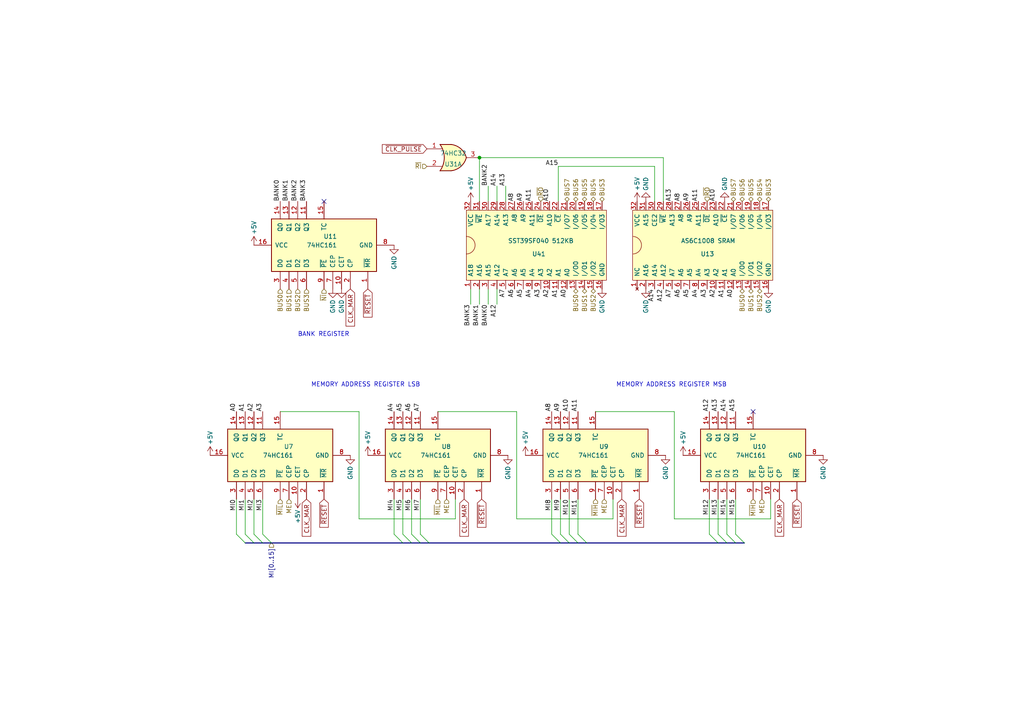
<source format=kicad_sch>
(kicad_sch (version 20211123) (generator eeschema)

  (uuid ac9d14d1-e008-45ac-b599-c8304f1fedd2)

  (paper "A4")

  (title_block
    (title "RAM, ROM and MAR")
    (date "2023-10-27")
    (rev "2.0")
    (comment 2 "creativecommons.org/licenses/by-nc-sa/4.0/")
    (comment 3 "This work is licensed under CC BY-NC-SA 4.0")
    (comment 4 "Author: Carsten Herting (slu4)")
  )

  (lib_symbols
    (symbol "8-Bit CPU 32k:74HC161" (pin_names (offset 1.016)) (in_bom yes) (on_board yes)
      (property "Reference" "U" (id 0) (at -7.62 16.51 0)
        (effects (font (size 1.27 1.27)))
      )
      (property "Value" "74HC161" (id 1) (at -7.62 -16.51 0)
        (effects (font (size 1.27 1.27)))
      )
      (property "Footprint" "" (id 2) (at 0 0 0)
        (effects (font (size 1.27 1.27)) hide)
      )
      (property "Datasheet" "http://www.ti.com/lit/gpn/sn74LS161" (id 3) (at 0 0 0)
        (effects (font (size 1.27 1.27)) hide)
      )
      (property "ki_locked" "" (id 4) (at 0 0 0)
        (effects (font (size 1.27 1.27)))
      )
      (property "ki_keywords" "TTL CNT CNT4" (id 5) (at 0 0 0)
        (effects (font (size 1.27 1.27)) hide)
      )
      (property "ki_description" "Synchronous 4-bit programmable binary Counter" (id 6) (at 0 0 0)
        (effects (font (size 1.27 1.27)) hide)
      )
      (property "ki_fp_filters" "DIP?16*" (id 7) (at 0 0 0)
        (effects (font (size 1.27 1.27)) hide)
      )
      (symbol "74HC161_1_0"
        (pin input line (at -12.7 -12.7 0) (length 5.08)
          (name "~{MR}" (effects (font (size 1.27 1.27))))
          (number "1" (effects (font (size 1.27 1.27))))
        )
        (pin input line (at -12.7 -5.08 0) (length 5.08)
          (name "CET" (effects (font (size 1.27 1.27))))
          (number "10" (effects (font (size 1.27 1.27))))
        )
        (pin output line (at 12.7 5.08 180) (length 5.08)
          (name "Q3" (effects (font (size 1.27 1.27))))
          (number "11" (effects (font (size 1.27 1.27))))
        )
        (pin output line (at 12.7 7.62 180) (length 5.08)
          (name "Q2" (effects (font (size 1.27 1.27))))
          (number "12" (effects (font (size 1.27 1.27))))
        )
        (pin output line (at 12.7 10.16 180) (length 5.08)
          (name "Q1" (effects (font (size 1.27 1.27))))
          (number "13" (effects (font (size 1.27 1.27))))
        )
        (pin output line (at 12.7 12.7 180) (length 5.08)
          (name "Q0" (effects (font (size 1.27 1.27))))
          (number "14" (effects (font (size 1.27 1.27))))
        )
        (pin output line (at 12.7 0 180) (length 5.08)
          (name "TC" (effects (font (size 1.27 1.27))))
          (number "15" (effects (font (size 1.27 1.27))))
        )
        (pin power_in line (at 0 20.32 270) (length 5.08)
          (name "VCC" (effects (font (size 1.27 1.27))))
          (number "16" (effects (font (size 1.27 1.27))))
        )
        (pin input line (at -12.7 -7.62 0) (length 5.08)
          (name "CP" (effects (font (size 1.27 1.27))))
          (number "2" (effects (font (size 1.27 1.27))))
        )
        (pin input line (at -12.7 12.7 0) (length 5.08)
          (name "D0" (effects (font (size 1.27 1.27))))
          (number "3" (effects (font (size 1.27 1.27))))
        )
        (pin input line (at -12.7 10.16 0) (length 5.08)
          (name "D1" (effects (font (size 1.27 1.27))))
          (number "4" (effects (font (size 1.27 1.27))))
        )
        (pin input line (at -12.7 7.62 0) (length 5.08)
          (name "D2" (effects (font (size 1.27 1.27))))
          (number "5" (effects (font (size 1.27 1.27))))
        )
        (pin input line (at -12.7 5.08 0) (length 5.08)
          (name "D3" (effects (font (size 1.27 1.27))))
          (number "6" (effects (font (size 1.27 1.27))))
        )
        (pin input line (at -12.7 -2.54 0) (length 5.08)
          (name "CEP" (effects (font (size 1.27 1.27))))
          (number "7" (effects (font (size 1.27 1.27))))
        )
        (pin power_in line (at 0 -20.32 90) (length 5.08)
          (name "GND" (effects (font (size 1.27 1.27))))
          (number "8" (effects (font (size 1.27 1.27))))
        )
        (pin input line (at -12.7 0 0) (length 5.08)
          (name "~{PE}" (effects (font (size 1.27 1.27))))
          (number "9" (effects (font (size 1.27 1.27))))
        )
      )
      (symbol "74HC161_1_1"
        (rectangle (start -7.62 15.24) (end 7.62 -15.24)
          (stroke (width 0.254) (type default) (color 0 0 0 0))
          (fill (type background))
        )
      )
    )
    (symbol "8-Bit CPU 32k:74HC32" (pin_names (offset 1.016)) (in_bom yes) (on_board yes)
      (property "Reference" "U" (id 0) (at 0 1.27 0)
        (effects (font (size 1.27 1.27)))
      )
      (property "Value" "74HC32" (id 1) (at 0 -1.27 0)
        (effects (font (size 1.27 1.27)))
      )
      (property "Footprint" "" (id 2) (at 0 0 0)
        (effects (font (size 1.27 1.27)) hide)
      )
      (property "Datasheet" "http://www.ti.com/lit/gpn/sn74LS32" (id 3) (at 0 0 0)
        (effects (font (size 1.27 1.27)) hide)
      )
      (property "ki_locked" "" (id 4) (at 0 0 0)
        (effects (font (size 1.27 1.27)))
      )
      (property "ki_keywords" "TTL Or2" (id 5) (at 0 0 0)
        (effects (font (size 1.27 1.27)) hide)
      )
      (property "ki_description" "Quad 2-input OR" (id 6) (at 0 0 0)
        (effects (font (size 1.27 1.27)) hide)
      )
      (property "ki_fp_filters" "DIP?14*" (id 7) (at 0 0 0)
        (effects (font (size 1.27 1.27)) hide)
      )
      (symbol "74HC32_1_1"
        (arc (start -3.81 -3.81) (mid -2.589 0) (end -3.81 3.81)
          (stroke (width 0.254) (type default) (color 0 0 0 0))
          (fill (type none))
        )
        (arc (start -0.6096 -3.81) (mid 2.1842 -2.5851) (end 3.81 0)
          (stroke (width 0.254) (type default) (color 0 0 0 0))
          (fill (type background))
        )
        (polyline
          (pts
            (xy -3.81 -3.81)
            (xy -0.635 -3.81)
          )
          (stroke (width 0.254) (type default) (color 0 0 0 0))
          (fill (type background))
        )
        (polyline
          (pts
            (xy -3.81 3.81)
            (xy -0.635 3.81)
          )
          (stroke (width 0.254) (type default) (color 0 0 0 0))
          (fill (type background))
        )
        (polyline
          (pts
            (xy -0.635 3.81)
            (xy -3.81 3.81)
            (xy -3.81 3.81)
            (xy -3.556 3.4036)
            (xy -3.0226 2.2606)
            (xy -2.6924 1.0414)
            (xy -2.6162 -0.254)
            (xy -2.7686 -1.4986)
            (xy -3.175 -2.7178)
            (xy -3.81 -3.81)
            (xy -3.81 -3.81)
            (xy -0.635 -3.81)
          )
          (stroke (width -25.4) (type default) (color 0 0 0 0))
          (fill (type background))
        )
        (arc (start 3.81 0) (mid 2.1915 2.5936) (end -0.6096 3.81)
          (stroke (width 0.254) (type default) (color 0 0 0 0))
          (fill (type background))
        )
        (pin input line (at -7.62 2.54 0) (length 4.318)
          (name "~" (effects (font (size 1.27 1.27))))
          (number "1" (effects (font (size 1.27 1.27))))
        )
        (pin input line (at -7.62 -2.54 0) (length 4.318)
          (name "~" (effects (font (size 1.27 1.27))))
          (number "2" (effects (font (size 1.27 1.27))))
        )
        (pin output line (at 7.62 0 180) (length 3.81)
          (name "~" (effects (font (size 1.27 1.27))))
          (number "3" (effects (font (size 1.27 1.27))))
        )
      )
      (symbol "74HC32_1_2"
        (arc (start 0 -3.81) (mid 3.81 0) (end 0 3.81)
          (stroke (width 0.254) (type default) (color 0 0 0 0))
          (fill (type background))
        )
        (polyline
          (pts
            (xy 0 3.81)
            (xy -3.81 3.81)
            (xy -3.81 -3.81)
            (xy 0 -3.81)
          )
          (stroke (width 0.254) (type default) (color 0 0 0 0))
          (fill (type background))
        )
        (pin input inverted (at -7.62 2.54 0) (length 3.81)
          (name "~" (effects (font (size 1.27 1.27))))
          (number "1" (effects (font (size 1.27 1.27))))
        )
        (pin input inverted (at -7.62 -2.54 0) (length 3.81)
          (name "~" (effects (font (size 1.27 1.27))))
          (number "2" (effects (font (size 1.27 1.27))))
        )
        (pin output inverted (at 7.62 0 180) (length 3.81)
          (name "~" (effects (font (size 1.27 1.27))))
          (number "3" (effects (font (size 1.27 1.27))))
        )
      )
      (symbol "74HC32_2_1"
        (arc (start -3.81 -3.81) (mid -2.589 0) (end -3.81 3.81)
          (stroke (width 0.254) (type default) (color 0 0 0 0))
          (fill (type none))
        )
        (arc (start -0.6096 -3.81) (mid 2.1842 -2.5851) (end 3.81 0)
          (stroke (width 0.254) (type default) (color 0 0 0 0))
          (fill (type background))
        )
        (polyline
          (pts
            (xy -3.81 -3.81)
            (xy -0.635 -3.81)
          )
          (stroke (width 0.254) (type default) (color 0 0 0 0))
          (fill (type background))
        )
        (polyline
          (pts
            (xy -3.81 3.81)
            (xy -0.635 3.81)
          )
          (stroke (width 0.254) (type default) (color 0 0 0 0))
          (fill (type background))
        )
        (polyline
          (pts
            (xy -0.635 3.81)
            (xy -3.81 3.81)
            (xy -3.81 3.81)
            (xy -3.556 3.4036)
            (xy -3.0226 2.2606)
            (xy -2.6924 1.0414)
            (xy -2.6162 -0.254)
            (xy -2.7686 -1.4986)
            (xy -3.175 -2.7178)
            (xy -3.81 -3.81)
            (xy -3.81 -3.81)
            (xy -0.635 -3.81)
          )
          (stroke (width -25.4) (type default) (color 0 0 0 0))
          (fill (type background))
        )
        (arc (start 3.81 0) (mid 2.1915 2.5936) (end -0.6096 3.81)
          (stroke (width 0.254) (type default) (color 0 0 0 0))
          (fill (type background))
        )
        (pin input line (at -7.62 2.54 0) (length 4.318)
          (name "~" (effects (font (size 1.27 1.27))))
          (number "4" (effects (font (size 1.27 1.27))))
        )
        (pin input line (at -7.62 -2.54 0) (length 4.318)
          (name "~" (effects (font (size 1.27 1.27))))
          (number "5" (effects (font (size 1.27 1.27))))
        )
        (pin output line (at 7.62 0 180) (length 3.81)
          (name "~" (effects (font (size 1.27 1.27))))
          (number "6" (effects (font (size 1.27 1.27))))
        )
      )
      (symbol "74HC32_2_2"
        (arc (start 0 -3.81) (mid 3.81 0) (end 0 3.81)
          (stroke (width 0.254) (type default) (color 0 0 0 0))
          (fill (type background))
        )
        (polyline
          (pts
            (xy 0 3.81)
            (xy -3.81 3.81)
            (xy -3.81 -3.81)
            (xy 0 -3.81)
          )
          (stroke (width 0.254) (type default) (color 0 0 0 0))
          (fill (type background))
        )
        (pin input inverted (at -7.62 2.54 0) (length 3.81)
          (name "~" (effects (font (size 1.27 1.27))))
          (number "4" (effects (font (size 1.27 1.27))))
        )
        (pin input inverted (at -7.62 -2.54 0) (length 3.81)
          (name "~" (effects (font (size 1.27 1.27))))
          (number "5" (effects (font (size 1.27 1.27))))
        )
        (pin output inverted (at 7.62 0 180) (length 3.81)
          (name "~" (effects (font (size 1.27 1.27))))
          (number "6" (effects (font (size 1.27 1.27))))
        )
      )
      (symbol "74HC32_3_1"
        (arc (start -3.81 -3.81) (mid -2.589 0) (end -3.81 3.81)
          (stroke (width 0.254) (type default) (color 0 0 0 0))
          (fill (type none))
        )
        (arc (start -0.6096 -3.81) (mid 2.1842 -2.5851) (end 3.81 0)
          (stroke (width 0.254) (type default) (color 0 0 0 0))
          (fill (type background))
        )
        (polyline
          (pts
            (xy -3.81 -3.81)
            (xy -0.635 -3.81)
          )
          (stroke (width 0.254) (type default) (color 0 0 0 0))
          (fill (type background))
        )
        (polyline
          (pts
            (xy -3.81 3.81)
            (xy -0.635 3.81)
          )
          (stroke (width 0.254) (type default) (color 0 0 0 0))
          (fill (type background))
        )
        (polyline
          (pts
            (xy -0.635 3.81)
            (xy -3.81 3.81)
            (xy -3.81 3.81)
            (xy -3.556 3.4036)
            (xy -3.0226 2.2606)
            (xy -2.6924 1.0414)
            (xy -2.6162 -0.254)
            (xy -2.7686 -1.4986)
            (xy -3.175 -2.7178)
            (xy -3.81 -3.81)
            (xy -3.81 -3.81)
            (xy -0.635 -3.81)
          )
          (stroke (width -25.4) (type default) (color 0 0 0 0))
          (fill (type background))
        )
        (arc (start 3.81 0) (mid 2.1915 2.5936) (end -0.6096 3.81)
          (stroke (width 0.254) (type default) (color 0 0 0 0))
          (fill (type background))
        )
        (pin input line (at -7.62 -2.54 0) (length 4.318)
          (name "~" (effects (font (size 1.27 1.27))))
          (number "10" (effects (font (size 1.27 1.27))))
        )
        (pin output line (at 7.62 0 180) (length 3.81)
          (name "~" (effects (font (size 1.27 1.27))))
          (number "8" (effects (font (size 1.27 1.27))))
        )
        (pin input line (at -7.62 2.54 0) (length 4.318)
          (name "~" (effects (font (size 1.27 1.27))))
          (number "9" (effects (font (size 1.27 1.27))))
        )
      )
      (symbol "74HC32_3_2"
        (arc (start 0 -3.81) (mid 3.81 0) (end 0 3.81)
          (stroke (width 0.254) (type default) (color 0 0 0 0))
          (fill (type background))
        )
        (polyline
          (pts
            (xy 0 3.81)
            (xy -3.81 3.81)
            (xy -3.81 -3.81)
            (xy 0 -3.81)
          )
          (stroke (width 0.254) (type default) (color 0 0 0 0))
          (fill (type background))
        )
        (pin input inverted (at -7.62 -2.54 0) (length 3.81)
          (name "~" (effects (font (size 1.27 1.27))))
          (number "10" (effects (font (size 1.27 1.27))))
        )
        (pin output inverted (at 7.62 0 180) (length 3.81)
          (name "~" (effects (font (size 1.27 1.27))))
          (number "8" (effects (font (size 1.27 1.27))))
        )
        (pin input inverted (at -7.62 2.54 0) (length 3.81)
          (name "~" (effects (font (size 1.27 1.27))))
          (number "9" (effects (font (size 1.27 1.27))))
        )
      )
      (symbol "74HC32_4_1"
        (arc (start -3.81 -3.81) (mid -2.589 0) (end -3.81 3.81)
          (stroke (width 0.254) (type default) (color 0 0 0 0))
          (fill (type none))
        )
        (arc (start -0.6096 -3.81) (mid 2.1842 -2.5851) (end 3.81 0)
          (stroke (width 0.254) (type default) (color 0 0 0 0))
          (fill (type background))
        )
        (polyline
          (pts
            (xy -3.81 -3.81)
            (xy -0.635 -3.81)
          )
          (stroke (width 0.254) (type default) (color 0 0 0 0))
          (fill (type background))
        )
        (polyline
          (pts
            (xy -3.81 3.81)
            (xy -0.635 3.81)
          )
          (stroke (width 0.254) (type default) (color 0 0 0 0))
          (fill (type background))
        )
        (polyline
          (pts
            (xy -0.635 3.81)
            (xy -3.81 3.81)
            (xy -3.81 3.81)
            (xy -3.556 3.4036)
            (xy -3.0226 2.2606)
            (xy -2.6924 1.0414)
            (xy -2.6162 -0.254)
            (xy -2.7686 -1.4986)
            (xy -3.175 -2.7178)
            (xy -3.81 -3.81)
            (xy -3.81 -3.81)
            (xy -0.635 -3.81)
          )
          (stroke (width -25.4) (type default) (color 0 0 0 0))
          (fill (type background))
        )
        (arc (start 3.81 0) (mid 2.1915 2.5936) (end -0.6096 3.81)
          (stroke (width 0.254) (type default) (color 0 0 0 0))
          (fill (type background))
        )
        (pin output line (at 7.62 0 180) (length 3.81)
          (name "~" (effects (font (size 1.27 1.27))))
          (number "11" (effects (font (size 1.27 1.27))))
        )
        (pin input line (at -7.62 2.54 0) (length 4.318)
          (name "~" (effects (font (size 1.27 1.27))))
          (number "12" (effects (font (size 1.27 1.27))))
        )
        (pin input line (at -7.62 -2.54 0) (length 4.318)
          (name "~" (effects (font (size 1.27 1.27))))
          (number "13" (effects (font (size 1.27 1.27))))
        )
      )
      (symbol "74HC32_4_2"
        (arc (start 0 -3.81) (mid 3.81 0) (end 0 3.81)
          (stroke (width 0.254) (type default) (color 0 0 0 0))
          (fill (type background))
        )
        (polyline
          (pts
            (xy 0 3.81)
            (xy -3.81 3.81)
            (xy -3.81 -3.81)
            (xy 0 -3.81)
          )
          (stroke (width 0.254) (type default) (color 0 0 0 0))
          (fill (type background))
        )
        (pin output inverted (at 7.62 0 180) (length 3.81)
          (name "~" (effects (font (size 1.27 1.27))))
          (number "11" (effects (font (size 1.27 1.27))))
        )
        (pin input inverted (at -7.62 2.54 0) (length 3.81)
          (name "~" (effects (font (size 1.27 1.27))))
          (number "12" (effects (font (size 1.27 1.27))))
        )
        (pin input inverted (at -7.62 -2.54 0) (length 3.81)
          (name "~" (effects (font (size 1.27 1.27))))
          (number "13" (effects (font (size 1.27 1.27))))
        )
      )
      (symbol "74HC32_5_0"
        (pin power_in line (at 0 12.7 270) (length 5.08)
          (name "VCC" (effects (font (size 1.27 1.27))))
          (number "14" (effects (font (size 1.27 1.27))))
        )
        (pin power_in line (at 0 -12.7 90) (length 5.08)
          (name "GND" (effects (font (size 1.27 1.27))))
          (number "7" (effects (font (size 1.27 1.27))))
        )
      )
      (symbol "74HC32_5_1"
        (rectangle (start -5.08 7.62) (end 5.08 -7.62)
          (stroke (width 0.254) (type default) (color 0 0 0 0))
          (fill (type background))
        )
      )
    )
    (symbol "8-Bit CPU 32k:AS6C1008" (pin_names (offset 1.016)) (in_bom yes) (on_board yes)
      (property "Reference" "U" (id 0) (at -1.27 2.54 90)
        (effects (font (size 1.27 1.27)))
      )
      (property "Value" "AS6C1008" (id 1) (at 2.54 2.54 90)
        (effects (font (size 1.27 1.27)))
      )
      (property "Footprint" "" (id 2) (at 0 0 0)
        (effects (font (size 1.27 1.27)) hide)
      )
      (property "Datasheet" "" (id 3) (at 0 0 0)
        (effects (font (size 1.27 1.27)) hide)
      )
      (symbol "AS6C1008_0_1"
        (rectangle (start -10.16 24.13) (end 10.16 -16.51)
          (stroke (width 0) (type default) (color 0 0 0 0))
          (fill (type background))
        )
        (arc (start -2.54 24.13) (mid 0 21.59) (end 2.54 24.13)
          (stroke (width 0) (type default) (color 0 0 0 0))
          (fill (type none))
        )
      )
      (symbol "AS6C1008_1_1"
        (pin no_connect line (at -12.7 22.86 0) (length 2.54)
          (name "NC" (effects (font (size 1.27 1.27))))
          (number "1" (effects (font (size 1.27 1.27))))
        )
        (pin input line (at -12.7 0 0) (length 2.54)
          (name "A2" (effects (font (size 1.27 1.27))))
          (number "10" (effects (font (size 1.27 1.27))))
        )
        (pin input line (at -12.7 -2.54 0) (length 2.54)
          (name "A1" (effects (font (size 1.27 1.27))))
          (number "11" (effects (font (size 1.27 1.27))))
        )
        (pin input line (at -12.7 -5.08 0) (length 2.54)
          (name "A0" (effects (font (size 1.27 1.27))))
          (number "12" (effects (font (size 1.27 1.27))))
        )
        (pin bidirectional line (at -12.7 -7.62 0) (length 2.54)
          (name "I/O0" (effects (font (size 1.27 1.27))))
          (number "13" (effects (font (size 1.27 1.27))))
        )
        (pin bidirectional line (at -12.7 -10.16 0) (length 2.54)
          (name "I/O1" (effects (font (size 1.27 1.27))))
          (number "14" (effects (font (size 1.27 1.27))))
        )
        (pin bidirectional line (at -12.7 -12.7 0) (length 2.54)
          (name "I/O2" (effects (font (size 1.27 1.27))))
          (number "15" (effects (font (size 1.27 1.27))))
        )
        (pin power_in line (at -12.7 -15.24 0) (length 2.54)
          (name "GND" (effects (font (size 1.27 1.27))))
          (number "16" (effects (font (size 1.27 1.27))))
        )
        (pin bidirectional line (at 12.7 -15.24 180) (length 2.54)
          (name "I/O3" (effects (font (size 1.27 1.27))))
          (number "17" (effects (font (size 1.27 1.27))))
        )
        (pin bidirectional line (at 12.7 -12.7 180) (length 2.54)
          (name "I/O4" (effects (font (size 1.27 1.27))))
          (number "18" (effects (font (size 1.27 1.27))))
        )
        (pin bidirectional line (at 12.7 -10.16 180) (length 2.54)
          (name "I/O5" (effects (font (size 1.27 1.27))))
          (number "19" (effects (font (size 1.27 1.27))))
        )
        (pin input line (at -12.7 20.32 0) (length 2.54)
          (name "A16" (effects (font (size 1.27 1.27))))
          (number "2" (effects (font (size 1.27 1.27))))
        )
        (pin bidirectional line (at 12.7 -7.62 180) (length 2.54)
          (name "I/O6" (effects (font (size 1.27 1.27))))
          (number "20" (effects (font (size 1.27 1.27))))
        )
        (pin bidirectional line (at 12.7 -5.08 180) (length 2.54)
          (name "I/O7" (effects (font (size 1.27 1.27))))
          (number "21" (effects (font (size 1.27 1.27))))
        )
        (pin input line (at 12.7 -2.54 180) (length 2.54)
          (name "~{CE}" (effects (font (size 1.27 1.27))))
          (number "22" (effects (font (size 1.27 1.27))))
        )
        (pin input line (at 12.7 0 180) (length 2.54)
          (name "A10" (effects (font (size 1.27 1.27))))
          (number "23" (effects (font (size 1.27 1.27))))
        )
        (pin input line (at 12.7 2.54 180) (length 2.54)
          (name "~{OE}" (effects (font (size 1.27 1.27))))
          (number "24" (effects (font (size 1.27 1.27))))
        )
        (pin input line (at 12.7 5.08 180) (length 2.54)
          (name "A11" (effects (font (size 1.27 1.27))))
          (number "25" (effects (font (size 1.27 1.27))))
        )
        (pin input line (at 12.7 7.62 180) (length 2.54)
          (name "A9" (effects (font (size 1.27 1.27))))
          (number "26" (effects (font (size 1.27 1.27))))
        )
        (pin input line (at 12.7 10.16 180) (length 2.54)
          (name "A8" (effects (font (size 1.27 1.27))))
          (number "27" (effects (font (size 1.27 1.27))))
        )
        (pin input line (at 12.7 12.7 180) (length 2.54)
          (name "A13" (effects (font (size 1.27 1.27))))
          (number "28" (effects (font (size 1.27 1.27))))
        )
        (pin input line (at 12.7 15.24 180) (length 2.54)
          (name "~{WE}" (effects (font (size 1.27 1.27))))
          (number "29" (effects (font (size 1.27 1.27))))
        )
        (pin input line (at -12.7 17.78 0) (length 2.54)
          (name "A14" (effects (font (size 1.27 1.27))))
          (number "3" (effects (font (size 1.27 1.27))))
        )
        (pin input line (at 12.7 17.78 180) (length 2.54)
          (name "CE2" (effects (font (size 1.27 1.27))))
          (number "30" (effects (font (size 1.27 1.27))))
        )
        (pin input line (at 12.7 20.32 180) (length 2.54)
          (name "A15" (effects (font (size 1.27 1.27))))
          (number "31" (effects (font (size 1.27 1.27))))
        )
        (pin power_in line (at 12.7 22.86 180) (length 2.54)
          (name "VCC" (effects (font (size 1.27 1.27))))
          (number "32" (effects (font (size 1.27 1.27))))
        )
        (pin input line (at -12.7 15.24 0) (length 2.54)
          (name "A12" (effects (font (size 1.27 1.27))))
          (number "4" (effects (font (size 1.27 1.27))))
        )
        (pin input line (at -12.7 12.7 0) (length 2.54)
          (name "A7" (effects (font (size 1.27 1.27))))
          (number "5" (effects (font (size 1.27 1.27))))
        )
        (pin input line (at -12.7 10.16 0) (length 2.54)
          (name "A6" (effects (font (size 1.27 1.27))))
          (number "6" (effects (font (size 1.27 1.27))))
        )
        (pin input line (at -12.7 7.62 0) (length 2.54)
          (name "A5" (effects (font (size 1.27 1.27))))
          (number "7" (effects (font (size 1.27 1.27))))
        )
        (pin input line (at -12.7 5.08 0) (length 2.54)
          (name "A4" (effects (font (size 1.27 1.27))))
          (number "8" (effects (font (size 1.27 1.27))))
        )
        (pin input line (at -12.7 2.54 0) (length 2.54)
          (name "A3" (effects (font (size 1.27 1.27))))
          (number "9" (effects (font (size 1.27 1.27))))
        )
      )
    )
    (symbol "8-Bit CPU 32k:SST39SF040A" (pin_names (offset 1.016)) (in_bom yes) (on_board yes)
      (property "Reference" "U" (id 0) (at -1.27 2.54 90)
        (effects (font (size 1.27 1.27)))
      )
      (property "Value" "SST39SF040A" (id 1) (at 2.54 2.54 90)
        (effects (font (size 1.27 1.27)))
      )
      (property "Footprint" "" (id 2) (at 0 0 0)
        (effects (font (size 1.27 1.27)) hide)
      )
      (property "Datasheet" "" (id 3) (at 0 0 0)
        (effects (font (size 1.27 1.27)) hide)
      )
      (symbol "SST39SF040A_0_1"
        (rectangle (start -10.16 24.13) (end 10.16 -16.51)
          (stroke (width 0) (type default) (color 0 0 0 0))
          (fill (type background))
        )
        (arc (start -2.54 24.13) (mid 0 21.59) (end 2.54 24.13)
          (stroke (width 0) (type default) (color 0 0 0 0))
          (fill (type none))
        )
      )
      (symbol "SST39SF040A_1_1"
        (pin input line (at -12.7 22.86 0) (length 2.54)
          (name "A18" (effects (font (size 1.27 1.27))))
          (number "1" (effects (font (size 1.27 1.27))))
        )
        (pin input line (at -12.7 0 0) (length 2.54)
          (name "A2" (effects (font (size 1.27 1.27))))
          (number "10" (effects (font (size 1.27 1.27))))
        )
        (pin input line (at -12.7 -2.54 0) (length 2.54)
          (name "A1" (effects (font (size 1.27 1.27))))
          (number "11" (effects (font (size 1.27 1.27))))
        )
        (pin input line (at -12.7 -5.08 0) (length 2.54)
          (name "A0" (effects (font (size 1.27 1.27))))
          (number "12" (effects (font (size 1.27 1.27))))
        )
        (pin bidirectional line (at -12.7 -7.62 0) (length 2.54)
          (name "I/O0" (effects (font (size 1.27 1.27))))
          (number "13" (effects (font (size 1.27 1.27))))
        )
        (pin bidirectional line (at -12.7 -10.16 0) (length 2.54)
          (name "I/O1" (effects (font (size 1.27 1.27))))
          (number "14" (effects (font (size 1.27 1.27))))
        )
        (pin bidirectional line (at -12.7 -12.7 0) (length 2.54)
          (name "I/O2" (effects (font (size 1.27 1.27))))
          (number "15" (effects (font (size 1.27 1.27))))
        )
        (pin power_in line (at -12.7 -15.24 0) (length 2.54)
          (name "GND" (effects (font (size 1.27 1.27))))
          (number "16" (effects (font (size 1.27 1.27))))
        )
        (pin bidirectional line (at 12.7 -15.24 180) (length 2.54)
          (name "I/O3" (effects (font (size 1.27 1.27))))
          (number "17" (effects (font (size 1.27 1.27))))
        )
        (pin bidirectional line (at 12.7 -12.7 180) (length 2.54)
          (name "I/O4" (effects (font (size 1.27 1.27))))
          (number "18" (effects (font (size 1.27 1.27))))
        )
        (pin bidirectional line (at 12.7 -10.16 180) (length 2.54)
          (name "I/O5" (effects (font (size 1.27 1.27))))
          (number "19" (effects (font (size 1.27 1.27))))
        )
        (pin input line (at -12.7 20.32 0) (length 2.54)
          (name "A16" (effects (font (size 1.27 1.27))))
          (number "2" (effects (font (size 1.27 1.27))))
        )
        (pin bidirectional line (at 12.7 -7.62 180) (length 2.54)
          (name "I/O6" (effects (font (size 1.27 1.27))))
          (number "20" (effects (font (size 1.27 1.27))))
        )
        (pin bidirectional line (at 12.7 -5.08 180) (length 2.54)
          (name "I/O7" (effects (font (size 1.27 1.27))))
          (number "21" (effects (font (size 1.27 1.27))))
        )
        (pin input line (at 12.7 -2.54 180) (length 2.54)
          (name "~{CE}" (effects (font (size 1.27 1.27))))
          (number "22" (effects (font (size 1.27 1.27))))
        )
        (pin input line (at 12.7 0 180) (length 2.54)
          (name "A10" (effects (font (size 1.27 1.27))))
          (number "23" (effects (font (size 1.27 1.27))))
        )
        (pin input line (at 12.7 2.54 180) (length 2.54)
          (name "~{OE}" (effects (font (size 1.27 1.27))))
          (number "24" (effects (font (size 1.27 1.27))))
        )
        (pin input line (at 12.7 5.08 180) (length 2.54)
          (name "A11" (effects (font (size 1.27 1.27))))
          (number "25" (effects (font (size 1.27 1.27))))
        )
        (pin input line (at 12.7 7.62 180) (length 2.54)
          (name "A9" (effects (font (size 1.27 1.27))))
          (number "26" (effects (font (size 1.27 1.27))))
        )
        (pin input line (at 12.7 10.16 180) (length 2.54)
          (name "A8" (effects (font (size 1.27 1.27))))
          (number "27" (effects (font (size 1.27 1.27))))
        )
        (pin input line (at 12.7 12.7 180) (length 2.54)
          (name "A13" (effects (font (size 1.27 1.27))))
          (number "28" (effects (font (size 1.27 1.27))))
        )
        (pin input line (at 12.7 15.24 180) (length 2.54)
          (name "A14" (effects (font (size 1.27 1.27))))
          (number "29" (effects (font (size 1.27 1.27))))
        )
        (pin input line (at -12.7 17.78 0) (length 2.54)
          (name "A15" (effects (font (size 1.27 1.27))))
          (number "3" (effects (font (size 1.27 1.27))))
        )
        (pin input line (at 12.7 17.78 180) (length 2.54)
          (name "A17" (effects (font (size 1.27 1.27))))
          (number "30" (effects (font (size 1.27 1.27))))
        )
        (pin input line (at 12.7 20.32 180) (length 2.54)
          (name "~{WE}" (effects (font (size 1.27 1.27))))
          (number "31" (effects (font (size 1.27 1.27))))
        )
        (pin power_in line (at 12.7 22.86 180) (length 2.54)
          (name "VCC" (effects (font (size 1.27 1.27))))
          (number "32" (effects (font (size 1.27 1.27))))
        )
        (pin input line (at -12.7 15.24 0) (length 2.54)
          (name "A12" (effects (font (size 1.27 1.27))))
          (number "4" (effects (font (size 1.27 1.27))))
        )
        (pin input line (at -12.7 12.7 0) (length 2.54)
          (name "A7" (effects (font (size 1.27 1.27))))
          (number "5" (effects (font (size 1.27 1.27))))
        )
        (pin input line (at -12.7 10.16 0) (length 2.54)
          (name "A6" (effects (font (size 1.27 1.27))))
          (number "6" (effects (font (size 1.27 1.27))))
        )
        (pin input line (at -12.7 7.62 0) (length 2.54)
          (name "A5" (effects (font (size 1.27 1.27))))
          (number "7" (effects (font (size 1.27 1.27))))
        )
        (pin input line (at -12.7 5.08 0) (length 2.54)
          (name "A4" (effects (font (size 1.27 1.27))))
          (number "8" (effects (font (size 1.27 1.27))))
        )
        (pin input line (at -12.7 2.54 0) (length 2.54)
          (name "A3" (effects (font (size 1.27 1.27))))
          (number "9" (effects (font (size 1.27 1.27))))
        )
      )
    )
    (symbol "power:+5V" (power) (pin_names (offset 0)) (in_bom yes) (on_board yes)
      (property "Reference" "#PWR" (id 0) (at 0 -3.81 0)
        (effects (font (size 1.27 1.27)) hide)
      )
      (property "Value" "+5V" (id 1) (at 0 3.556 0)
        (effects (font (size 1.27 1.27)))
      )
      (property "Footprint" "" (id 2) (at 0 0 0)
        (effects (font (size 1.27 1.27)) hide)
      )
      (property "Datasheet" "" (id 3) (at 0 0 0)
        (effects (font (size 1.27 1.27)) hide)
      )
      (property "ki_keywords" "power-flag" (id 4) (at 0 0 0)
        (effects (font (size 1.27 1.27)) hide)
      )
      (property "ki_description" "Power symbol creates a global label with name \"+5V\"" (id 5) (at 0 0 0)
        (effects (font (size 1.27 1.27)) hide)
      )
      (symbol "+5V_0_1"
        (polyline
          (pts
            (xy -0.762 1.27)
            (xy 0 2.54)
          )
          (stroke (width 0) (type default) (color 0 0 0 0))
          (fill (type none))
        )
        (polyline
          (pts
            (xy 0 0)
            (xy 0 2.54)
          )
          (stroke (width 0) (type default) (color 0 0 0 0))
          (fill (type none))
        )
        (polyline
          (pts
            (xy 0 2.54)
            (xy 0.762 1.27)
          )
          (stroke (width 0) (type default) (color 0 0 0 0))
          (fill (type none))
        )
      )
      (symbol "+5V_1_1"
        (pin power_in line (at 0 0 90) (length 0) hide
          (name "+5V" (effects (font (size 1.27 1.27))))
          (number "1" (effects (font (size 1.27 1.27))))
        )
      )
    )
    (symbol "power:GND" (power) (pin_names (offset 0)) (in_bom yes) (on_board yes)
      (property "Reference" "#PWR" (id 0) (at 0 -6.35 0)
        (effects (font (size 1.27 1.27)) hide)
      )
      (property "Value" "GND" (id 1) (at 0 -3.81 0)
        (effects (font (size 1.27 1.27)))
      )
      (property "Footprint" "" (id 2) (at 0 0 0)
        (effects (font (size 1.27 1.27)) hide)
      )
      (property "Datasheet" "" (id 3) (at 0 0 0)
        (effects (font (size 1.27 1.27)) hide)
      )
      (property "ki_keywords" "power-flag" (id 4) (at 0 0 0)
        (effects (font (size 1.27 1.27)) hide)
      )
      (property "ki_description" "Power symbol creates a global label with name \"GND\" , ground" (id 5) (at 0 0 0)
        (effects (font (size 1.27 1.27)) hide)
      )
      (symbol "GND_0_1"
        (polyline
          (pts
            (xy 0 0)
            (xy 0 -1.27)
            (xy 1.27 -1.27)
            (xy 0 -2.54)
            (xy -1.27 -1.27)
            (xy 0 -1.27)
          )
          (stroke (width 0) (type default) (color 0 0 0 0))
          (fill (type none))
        )
      )
      (symbol "GND_1_1"
        (pin power_in line (at 0 0 270) (length 0) hide
          (name "GND" (effects (font (size 1.27 1.27))))
          (number "1" (effects (font (size 1.27 1.27))))
        )
      )
    )
  )

  (junction (at 139.065 45.72) (diameter 0) (color 0 0 0 0)
    (uuid 8255ee8b-2515-4b44-bf6d-ca53039254aa)
  )

  (no_connect (at 93.98 58.42) (uuid 65e38077-b236-4c3d-8cb1-38a9ec4a94bd))
  (no_connect (at 218.44 119.38) (uuid 82bc7793-4ad6-45fc-a5f7-546edaa891ba))

  (bus_entry (at 170.18 157.48) (size -2.54 -2.54)
    (stroke (width 0) (type default) (color 0 0 0 0))
    (uuid 2440ba05-8d07-4fb0-abc5-74ba04350930)
  )
  (bus_entry (at 210.82 157.48) (size -2.54 -2.54)
    (stroke (width 0) (type default) (color 0 0 0 0))
    (uuid 2c6f5db0-aa2b-472f-8c61-dc9c81128e5a)
  )
  (bus_entry (at 165.1 157.48) (size -2.54 -2.54)
    (stroke (width 0) (type default) (color 0 0 0 0))
    (uuid 2c88545e-73e3-4ec5-8f12-e70b65eb61ab)
  )
  (bus_entry (at 208.28 157.48) (size -2.54 -2.54)
    (stroke (width 0) (type default) (color 0 0 0 0))
    (uuid 4b4ba503-a0e7-470f-a9c7-1d9b59823eba)
  )
  (bus_entry (at 124.46 157.48) (size -2.54 -2.54)
    (stroke (width 0) (type default) (color 0 0 0 0))
    (uuid a79e57d2-fc37-4272-8863-56700eaa1ec6)
  )
  (bus_entry (at 121.92 157.48) (size -2.54 -2.54)
    (stroke (width 0) (type default) (color 0 0 0 0))
    (uuid a79e57d2-fc37-4272-8863-56700eaa1ec7)
  )
  (bus_entry (at 78.74 157.48) (size -2.54 -2.54)
    (stroke (width 0) (type default) (color 0 0 0 0))
    (uuid a79e57d2-fc37-4272-8863-56700eaa1ec8)
  )
  (bus_entry (at 76.2 157.48) (size -2.54 -2.54)
    (stroke (width 0) (type default) (color 0 0 0 0))
    (uuid a79e57d2-fc37-4272-8863-56700eaa1ec9)
  )
  (bus_entry (at 119.38 157.48) (size -2.54 -2.54)
    (stroke (width 0) (type default) (color 0 0 0 0))
    (uuid a79e57d2-fc37-4272-8863-56700eaa1eca)
  )
  (bus_entry (at 116.84 157.48) (size -2.54 -2.54)
    (stroke (width 0) (type default) (color 0 0 0 0))
    (uuid a79e57d2-fc37-4272-8863-56700eaa1ecb)
  )
  (bus_entry (at 73.66 157.48) (size -2.54 -2.54)
    (stroke (width 0) (type default) (color 0 0 0 0))
    (uuid a79e57d2-fc37-4272-8863-56700eaa1ecc)
  )
  (bus_entry (at 71.12 157.48) (size -2.54 -2.54)
    (stroke (width 0) (type default) (color 0 0 0 0))
    (uuid a79e57d2-fc37-4272-8863-56700eaa1ecd)
  )
  (bus_entry (at 213.36 157.48) (size -2.54 -2.54)
    (stroke (width 0) (type default) (color 0 0 0 0))
    (uuid bfef6d83-083d-4847-9979-6839859cd3d1)
  )
  (bus_entry (at 167.64 157.48) (size -2.54 -2.54)
    (stroke (width 0) (type default) (color 0 0 0 0))
    (uuid c1bc2235-cffe-476f-9b38-0dc9ca274dee)
  )
  (bus_entry (at 215.9 157.48) (size -2.54 -2.54)
    (stroke (width 0) (type default) (color 0 0 0 0))
    (uuid f1c7fcc6-0bd1-4a01-a891-5ea2d45e9ed3)
  )
  (bus_entry (at 162.56 157.48) (size -2.54 -2.54)
    (stroke (width 0) (type default) (color 0 0 0 0))
    (uuid fa2970e6-3245-41b1-a6c3-005a47cdac92)
  )

  (wire (pts (xy 195.58 119.38) (xy 172.72 119.38))
    (stroke (width 0) (type default) (color 0 0 0 0))
    (uuid 000b7786-6c11-4ad7-9302-9ff2c5791c11)
  )
  (wire (pts (xy 162.56 154.94) (xy 162.56 144.78))
    (stroke (width 0) (type default) (color 0 0 0 0))
    (uuid 0235d789-3a64-4c23-a57e-e4be9f79664f)
  )
  (bus (pts (xy 165.1 157.48) (xy 167.64 157.48))
    (stroke (width 0) (type default) (color 0 0 0 0))
    (uuid 0460c0fc-9977-4ff8-baf5-254747b9da84)
  )

  (wire (pts (xy 205.74 154.94) (xy 205.74 144.78))
    (stroke (width 0) (type default) (color 0 0 0 0))
    (uuid 07705139-c4ce-43c4-acf2-b258ae102114)
  )
  (wire (pts (xy 213.36 144.78) (xy 213.36 154.94))
    (stroke (width 0) (type default) (color 0 0 0 0))
    (uuid 12f86080-e00d-4041-9d4d-27b0c27eef8e)
  )
  (bus (pts (xy 208.28 157.48) (xy 210.82 157.48))
    (stroke (width 0) (type default) (color 0 0 0 0))
    (uuid 131e529c-09cf-4627-a2fc-ce1935cf18c6)
  )

  (wire (pts (xy 139.065 88.265) (xy 139.065 83.82))
    (stroke (width 0) (type default) (color 0 0 0 0))
    (uuid 149882cf-25b1-470d-9a21-025694990a78)
  )
  (wire (pts (xy 160.02 144.78) (xy 160.02 154.94))
    (stroke (width 0) (type default) (color 0 0 0 0))
    (uuid 15482118-c478-4115-8287-8747a48ea1ce)
  )
  (bus (pts (xy 210.82 157.48) (xy 213.36 157.48))
    (stroke (width 0) (type default) (color 0 0 0 0))
    (uuid 18492d57-e784-44d4-b8cc-0c5be47b7b30)
  )

  (wire (pts (xy 132.08 150.495) (xy 132.08 144.78))
    (stroke (width 0) (type default) (color 0 0 0 0))
    (uuid 240bfdcb-8bcd-4a51-a8bd-d76e5248f885)
  )
  (bus (pts (xy 71.12 157.48) (xy 73.66 157.48))
    (stroke (width 0) (type default) (color 0 0 0 0))
    (uuid 24bd3094-8ba6-4705-9ca1-4f07bb55fc41)
  )

  (wire (pts (xy 73.66 154.94) (xy 73.66 144.78))
    (stroke (width 0) (type default) (color 0 0 0 0))
    (uuid 25d60702-b8fa-4fa9-a3c3-afc2ec182440)
  )
  (bus (pts (xy 170.18 157.48) (xy 208.28 157.48))
    (stroke (width 0) (type default) (color 0 0 0 0))
    (uuid 2a2bbd2b-a369-427a-8aba-aea10e86777a)
  )

  (wire (pts (xy 149.86 150.495) (xy 177.8 150.495))
    (stroke (width 0) (type default) (color 0 0 0 0))
    (uuid 2d7af7b0-35a9-4775-9726-bd2cab0640eb)
  )
  (bus (pts (xy 78.74 157.48) (xy 116.84 157.48))
    (stroke (width 0) (type default) (color 0 0 0 0))
    (uuid 3c061ddd-e42f-4169-827a-b03225ecfc88)
  )

  (wire (pts (xy 68.58 154.94) (xy 68.58 144.78))
    (stroke (width 0) (type default) (color 0 0 0 0))
    (uuid 3ed1b28f-e44b-45aa-953d-bf2ef44e3ecf)
  )
  (wire (pts (xy 114.3 154.94) (xy 114.3 144.78))
    (stroke (width 0) (type default) (color 0 0 0 0))
    (uuid 41dbf983-dc3c-491a-9e47-0bf90ca7bd2c)
  )
  (bus (pts (xy 213.36 157.48) (xy 215.9 157.48))
    (stroke (width 0) (type default) (color 0 0 0 0))
    (uuid 46b675a4-e002-4cbb-835f-9997b2f3c099)
  )

  (wire (pts (xy 104.14 119.38) (xy 104.14 150.495))
    (stroke (width 0) (type default) (color 0 0 0 0))
    (uuid 4f846797-f6a5-4db6-87f3-9b8f536cb49c)
  )
  (wire (pts (xy 192.405 45.72) (xy 192.405 58.42))
    (stroke (width 0) (type default) (color 0 0 0 0))
    (uuid 5474ff6c-f603-4e53-8501-1bf077094b53)
  )
  (wire (pts (xy 165.1 144.78) (xy 165.1 154.94))
    (stroke (width 0) (type default) (color 0 0 0 0))
    (uuid 57126580-bfba-450e-aa40-8b949e159702)
  )
  (bus (pts (xy 73.66 157.48) (xy 76.2 157.48))
    (stroke (width 0) (type default) (color 0 0 0 0))
    (uuid 67c74520-d2c8-449e-b508-48d1a2ec9a5a)
  )

  (wire (pts (xy 210.82 154.94) (xy 210.82 144.78))
    (stroke (width 0) (type default) (color 0 0 0 0))
    (uuid 68a87750-13d1-4bd3-985b-82838c77f4cf)
  )
  (wire (pts (xy 146.685 53.975) (xy 146.685 58.42))
    (stroke (width 0) (type default) (color 0 0 0 0))
    (uuid 70c6ca52-bef1-4e95-b696-f89d273545b2)
  )
  (wire (pts (xy 189.865 48.26) (xy 189.865 58.42))
    (stroke (width 0) (type default) (color 0 0 0 0))
    (uuid 72ee38c5-52df-4191-8758-4f2677d267d1)
  )
  (wire (pts (xy 149.86 150.495) (xy 149.86 119.38))
    (stroke (width 0) (type default) (color 0 0 0 0))
    (uuid 76a879ab-ead2-4fbd-85b6-f4f54debe33f)
  )
  (wire (pts (xy 139.065 45.72) (xy 139.065 58.42))
    (stroke (width 0) (type default) (color 0 0 0 0))
    (uuid 80ad0f8a-0c47-41c5-ac91-0277dcfb1f1e)
  )
  (wire (pts (xy 195.58 150.495) (xy 223.52 150.495))
    (stroke (width 0) (type default) (color 0 0 0 0))
    (uuid 824950b4-9df8-4a04-bd28-85ba1bcbe598)
  )
  (bus (pts (xy 124.46 157.48) (xy 162.56 157.48))
    (stroke (width 0) (type default) (color 0 0 0 0))
    (uuid 851eb2b4-1042-4869-a44b-589343687d36)
  )

  (wire (pts (xy 141.605 88.265) (xy 141.605 83.82))
    (stroke (width 0) (type default) (color 0 0 0 0))
    (uuid 8e541c99-4ab9-4c96-9fcf-545e9bf20d85)
  )
  (wire (pts (xy 223.52 150.495) (xy 223.52 144.78))
    (stroke (width 0) (type default) (color 0 0 0 0))
    (uuid 91890769-6bf9-48fb-ad21-d86fb98ad4bf)
  )
  (wire (pts (xy 167.64 154.94) (xy 167.64 144.78))
    (stroke (width 0) (type default) (color 0 0 0 0))
    (uuid 969e699d-8914-4623-a452-12abb756eeb8)
  )
  (wire (pts (xy 104.14 150.495) (xy 132.08 150.495))
    (stroke (width 0) (type default) (color 0 0 0 0))
    (uuid 9a361d48-6a29-4ee2-b168-d8d44b98d7ca)
  )
  (wire (pts (xy 119.38 154.94) (xy 119.38 144.78))
    (stroke (width 0) (type default) (color 0 0 0 0))
    (uuid 9d169a5e-daf8-407f-a936-8723bfd798eb)
  )
  (wire (pts (xy 141.605 53.975) (xy 141.605 58.42))
    (stroke (width 0) (type default) (color 0 0 0 0))
    (uuid a6cccbcf-435a-44f3-aa99-13f091de64db)
  )
  (bus (pts (xy 116.84 157.48) (xy 119.38 157.48))
    (stroke (width 0) (type default) (color 0 0 0 0))
    (uuid a91b08cd-49e2-432a-9a7a-43d061c81e33)
  )

  (wire (pts (xy 127 119.38) (xy 149.86 119.38))
    (stroke (width 0) (type default) (color 0 0 0 0))
    (uuid afe1f6d7-5840-4559-a340-779aef451b41)
  )
  (bus (pts (xy 121.92 157.48) (xy 124.46 157.48))
    (stroke (width 0) (type default) (color 0 0 0 0))
    (uuid b13d830c-f496-4ae4-9f00-8d235340d56a)
  )

  (wire (pts (xy 177.8 150.495) (xy 177.8 144.78))
    (stroke (width 0) (type default) (color 0 0 0 0))
    (uuid b3e93488-f472-4f86-8b2a-b05688d04340)
  )
  (bus (pts (xy 76.2 157.48) (xy 78.74 157.48))
    (stroke (width 0) (type default) (color 0 0 0 0))
    (uuid c3d9af0c-ee9b-4912-8083-bf1cac7880be)
  )

  (wire (pts (xy 121.92 144.78) (xy 121.92 154.94))
    (stroke (width 0) (type default) (color 0 0 0 0))
    (uuid c52bce87-f92e-41cb-b46f-598254731fbb)
  )
  (wire (pts (xy 71.12 144.78) (xy 71.12 154.94))
    (stroke (width 0) (type default) (color 0 0 0 0))
    (uuid c71e81b6-b167-4229-9775-8587beaaf08d)
  )
  (wire (pts (xy 144.145 53.975) (xy 144.145 58.42))
    (stroke (width 0) (type default) (color 0 0 0 0))
    (uuid c93966e1-8ac6-42f7-b85f-81d271c0acf4)
  )
  (wire (pts (xy 139.065 45.72) (xy 192.405 45.72))
    (stroke (width 0) (type default) (color 0 0 0 0))
    (uuid ccfea885-3cef-4ff9-ba8c-99123b478775)
  )
  (wire (pts (xy 195.58 119.38) (xy 195.58 150.495))
    (stroke (width 0) (type default) (color 0 0 0 0))
    (uuid cd7af997-de14-4cfd-ba39-9236ce9813bb)
  )
  (wire (pts (xy 208.28 144.78) (xy 208.28 154.94))
    (stroke (width 0) (type default) (color 0 0 0 0))
    (uuid cf10d2f8-506d-4640-b7d1-7c7793bb1898)
  )
  (wire (pts (xy 161.925 48.26) (xy 189.865 48.26))
    (stroke (width 0) (type default) (color 0 0 0 0))
    (uuid cf9c91f4-e240-4b51-a05f-ae775ce1a994)
  )
  (bus (pts (xy 167.64 157.48) (xy 170.18 157.48))
    (stroke (width 0) (type default) (color 0 0 0 0))
    (uuid d16cc65a-4f8f-4a11-a164-0c67c603dbda)
  )

  (wire (pts (xy 144.145 88.265) (xy 144.145 83.82))
    (stroke (width 0) (type default) (color 0 0 0 0))
    (uuid d9680ef5-940a-47f5-b369-dfc010134a29)
  )
  (wire (pts (xy 116.84 144.78) (xy 116.84 154.94))
    (stroke (width 0) (type default) (color 0 0 0 0))
    (uuid dc3121c2-5619-452e-830b-8f011e0b2997)
  )
  (bus (pts (xy 162.56 157.48) (xy 165.1 157.48))
    (stroke (width 0) (type default) (color 0 0 0 0))
    (uuid e3de5d00-7495-49a3-bff2-b738bbd0c36a)
  )

  (wire (pts (xy 161.925 48.26) (xy 161.925 58.42))
    (stroke (width 0) (type default) (color 0 0 0 0))
    (uuid ec573eb9-5580-4738-a109-b5b9a4371dd4)
  )
  (wire (pts (xy 136.525 88.265) (xy 136.525 83.82))
    (stroke (width 0) (type default) (color 0 0 0 0))
    (uuid ee2af4d1-15d7-4413-8355-b3d1a1a7a4ca)
  )
  (wire (pts (xy 81.28 119.38) (xy 104.14 119.38))
    (stroke (width 0) (type default) (color 0 0 0 0))
    (uuid ef7edceb-d26b-409e-a6ee-b01d3426c038)
  )
  (bus (pts (xy 119.38 157.48) (xy 121.92 157.48))
    (stroke (width 0) (type default) (color 0 0 0 0))
    (uuid f369f1d3-1c63-4ac3-b2b9-a7888159cb95)
  )

  (wire (pts (xy 76.2 144.78) (xy 76.2 154.94))
    (stroke (width 0) (type default) (color 0 0 0 0))
    (uuid f3a62916-4c85-4c0d-8163-e475a167536c)
  )

  (text "MEMORY ADDRESS REGISTER MSB" (at 210.82 112.395 180)
    (effects (font (size 1.27 1.27)) (justify right bottom))
    (uuid 40b0e4d1-f9c1-4131-9a6a-e81267334747)
  )
  (text "MEMORY ADDRESS REGISTER LSB" (at 121.92 112.395 180)
    (effects (font (size 1.27 1.27)) (justify right bottom))
    (uuid 72011f6c-cccb-459c-a8ca-a98de1fac90d)
  )
  (text "BANK REGISTER" (at 86.36 97.79 0)
    (effects (font (size 1.27 1.27)) (justify left bottom))
    (uuid 8a7a99fa-25eb-4be0-9f6e-1d141345051c)
  )

  (label "A12" (at 205.74 119.38 90)
    (effects (font (size 1.27 1.27)) (justify left bottom))
    (uuid 01aa367b-cc13-43fb-ba8f-989a33ab05ea)
  )
  (label "A9" (at 162.56 119.38 90)
    (effects (font (size 1.27 1.27)) (justify left bottom))
    (uuid 022092c3-bc82-4f9f-8acf-81682cfcbb33)
  )
  (label "A4" (at 202.565 83.82 270)
    (effects (font (size 1.27 1.27)) (justify right bottom))
    (uuid 0a9bb009-511a-427a-946f-e4a24ec6be34)
  )
  (label "MI15" (at 213.36 144.78 270)
    (effects (font (size 1.27 1.27)) (justify right bottom))
    (uuid 0b598bf0-40ce-421c-9418-5bc8185629ab)
  )
  (label "A13" (at 194.945 58.42 90)
    (effects (font (size 1.27 1.27)) (justify left bottom))
    (uuid 10890838-5de7-44db-bdf5-784c2b906d50)
  )
  (label "A7" (at 194.945 83.82 270)
    (effects (font (size 1.27 1.27)) (justify right bottom))
    (uuid 10a2a661-7864-414c-aaca-28b991abb3b0)
  )
  (label "A1" (at 161.925 83.82 270)
    (effects (font (size 1.27 1.27)) (justify right bottom))
    (uuid 11cf32cf-1ff8-4105-8ef0-7f21d2a7c859)
  )
  (label "A0" (at 68.58 119.38 90)
    (effects (font (size 1.27 1.27)) (justify left bottom))
    (uuid 18dee6aa-44c0-48a5-8cd1-f6fa633d3d01)
  )
  (label "A0" (at 164.465 83.82 270)
    (effects (font (size 1.27 1.27)) (justify right bottom))
    (uuid 1af658c1-f38b-44fe-bc62-8950ddfae848)
  )
  (label "A14" (at 189.865 83.82 270)
    (effects (font (size 1.27 1.27)) (justify right bottom))
    (uuid 228a7ad2-4e2c-4664-a240-048e19971470)
  )
  (label "A2" (at 159.385 83.82 270)
    (effects (font (size 1.27 1.27)) (justify right bottom))
    (uuid 2ac8a7cb-3c25-4a76-bcdd-4eef4c6daaf9)
  )
  (label "A1" (at 71.12 119.38 90)
    (effects (font (size 1.27 1.27)) (justify left bottom))
    (uuid 38c79d04-fced-4141-bb05-64728bd0529f)
  )
  (label "A14" (at 144.145 53.975 90)
    (effects (font (size 1.27 1.27)) (justify left bottom))
    (uuid 39a0b153-9fbb-42b4-abba-96253fd92b97)
  )
  (label "MI12" (at 205.74 144.78 270)
    (effects (font (size 1.27 1.27)) (justify right bottom))
    (uuid 3b5d2752-82da-4cc6-854a-822a2c47145a)
  )
  (label "A8" (at 160.02 119.38 90)
    (effects (font (size 1.27 1.27)) (justify left bottom))
    (uuid 435d2362-464f-46d3-b05a-5cd4f8ec4ddb)
  )
  (label "A6" (at 119.38 119.38 90)
    (effects (font (size 1.27 1.27)) (justify left bottom))
    (uuid 4455882c-d2f7-41f7-88bd-2bf3b7a834ac)
  )
  (label "MI2" (at 73.66 144.78 270)
    (effects (font (size 1.27 1.27)) (justify right bottom))
    (uuid 4a9d8c29-2b62-45cc-b7ce-2954de281816)
  )
  (label "MI0" (at 68.58 144.78 270)
    (effects (font (size 1.27 1.27)) (justify right bottom))
    (uuid 4c14959e-04c0-49df-84fb-7c14a6169aae)
  )
  (label "MI6" (at 119.38 144.78 270)
    (effects (font (size 1.27 1.27)) (justify right bottom))
    (uuid 519fc95e-51a7-4428-a09a-68f26849bf96)
  )
  (label "BANK3" (at 88.9 58.42 90)
    (effects (font (size 1.27 1.27)) (justify left bottom))
    (uuid 549b08ec-b7bc-4e95-8efa-6b7762e0ebf6)
  )
  (label "A11" (at 202.565 58.42 90)
    (effects (font (size 1.27 1.27)) (justify left bottom))
    (uuid 55c273a3-73da-45fb-bdd1-ee3bcbac60c1)
  )
  (label "BANK1" (at 83.82 58.42 90)
    (effects (font (size 1.27 1.27)) (justify left bottom))
    (uuid 56732a1d-2e4b-4298-9710-dba8e43d3795)
  )
  (label "A3" (at 76.2 119.38 90)
    (effects (font (size 1.27 1.27)) (justify left bottom))
    (uuid 5bc400e3-be7b-41b8-a6f6-d8afc8470923)
  )
  (label "A3" (at 205.105 83.82 270)
    (effects (font (size 1.27 1.27)) (justify right bottom))
    (uuid 5c6eb338-1914-4c97-aaed-cbfdaf07b25a)
  )
  (label "A8" (at 149.225 58.42 90)
    (effects (font (size 1.27 1.27)) (justify left bottom))
    (uuid 5f072e32-5f1d-4bc8-be50-446a201b4040)
  )
  (label "MI10" (at 165.1 144.78 270)
    (effects (font (size 1.27 1.27)) (justify right bottom))
    (uuid 5f802ef0-d122-487a-a8ba-2b5c0a293d79)
  )
  (label "A6" (at 197.485 83.82 270)
    (effects (font (size 1.27 1.27)) (justify right bottom))
    (uuid 5fafe00f-8181-4abd-bd9a-c0e62a39fb8e)
  )
  (label "A0" (at 212.725 83.82 270)
    (effects (font (size 1.27 1.27)) (justify right bottom))
    (uuid 62301de0-0def-4a50-87e8-642482a57a0b)
  )
  (label "A10" (at 207.645 58.42 90)
    (effects (font (size 1.27 1.27)) (justify left bottom))
    (uuid 64036d67-72f8-478c-b9ac-1c9f12ad8771)
  )
  (label "MI9" (at 162.56 144.78 270)
    (effects (font (size 1.27 1.27)) (justify right bottom))
    (uuid 65cb00ed-b553-406e-b215-407b395289e5)
  )
  (label "MI1" (at 71.12 144.78 270)
    (effects (font (size 1.27 1.27)) (justify right bottom))
    (uuid 6b718140-3dc7-4a7b-ba97-ab92a7b21929)
  )
  (label "MI5" (at 116.84 144.78 270)
    (effects (font (size 1.27 1.27)) (justify right bottom))
    (uuid 6debdea5-d1d4-4c69-9c5b-7d797ac53b7d)
  )
  (label "A7" (at 146.685 83.82 270)
    (effects (font (size 1.27 1.27)) (justify right bottom))
    (uuid 6e6b7c02-9a70-49cb-8d09-4e13bd068765)
  )
  (label "MI13" (at 208.28 144.78 270)
    (effects (font (size 1.27 1.27)) (justify right bottom))
    (uuid 709543db-9e56-4f68-b476-a372d16a12cc)
  )
  (label "A15" (at 161.925 48.26 180)
    (effects (font (size 1.27 1.27)) (justify right bottom))
    (uuid 71ca92cf-29df-4995-85a0-bcb5d10f00cb)
  )
  (label "A5" (at 200.025 83.82 270)
    (effects (font (size 1.27 1.27)) (justify right bottom))
    (uuid 71ea7206-6b80-4453-b66c-0a1880dbbb64)
  )
  (label "A13" (at 208.28 119.38 90)
    (effects (font (size 1.27 1.27)) (justify left bottom))
    (uuid 7da0db83-a9cc-4985-8273-bb9cb3a7e345)
  )
  (label "A5" (at 116.84 119.38 90)
    (effects (font (size 1.27 1.27)) (justify left bottom))
    (uuid 7ff267f6-5f5a-4498-b047-c3618cd34de1)
  )
  (label "A10" (at 165.1 119.38 90)
    (effects (font (size 1.27 1.27)) (justify left bottom))
    (uuid 94946b11-1a30-419b-a854-ecc8efef1590)
  )
  (label "A11" (at 167.64 119.38 90)
    (effects (font (size 1.27 1.27)) (justify left bottom))
    (uuid 9cd2ebea-d2b6-482c-b8b1-041b7e8b948c)
  )
  (label "BANK0" (at 141.605 88.265 270)
    (effects (font (size 1.27 1.27)) (justify right bottom))
    (uuid 9d7ce568-61cb-4af9-a054-e5c8ba6679ca)
  )
  (label "MI8" (at 160.02 144.78 270)
    (effects (font (size 1.27 1.27)) (justify right bottom))
    (uuid 9eb58274-96c8-4a96-8def-fcfc51ac922c)
  )
  (label "MI3" (at 76.2 144.78 270)
    (effects (font (size 1.27 1.27)) (justify right bottom))
    (uuid a58cc669-0e1d-4e7b-8ad3-10e14b96aa05)
  )
  (label "A3" (at 156.845 83.82 270)
    (effects (font (size 1.27 1.27)) (justify right bottom))
    (uuid ab9d193f-711b-4bed-916c-6158002f2bdc)
  )
  (label "BANK2" (at 86.36 58.42 90)
    (effects (font (size 1.27 1.27)) (justify left bottom))
    (uuid abf46518-de27-442e-ad55-deed3fbe15cf)
  )
  (label "A4" (at 114.3 119.38 90)
    (effects (font (size 1.27 1.27)) (justify left bottom))
    (uuid b8ea7daf-ed25-43cc-97a7-3b1c49d82d44)
  )
  (label "BANK0" (at 81.28 58.42 90)
    (effects (font (size 1.27 1.27)) (justify left bottom))
    (uuid b91b5911-7458-46a0-95ab-96d36a66bb39)
  )
  (label "MI14" (at 210.82 144.78 270)
    (effects (font (size 1.27 1.27)) (justify right bottom))
    (uuid c381cba9-b62f-4af5-b262-64e11552bb1c)
  )
  (label "A13" (at 146.685 53.975 90)
    (effects (font (size 1.27 1.27)) (justify left bottom))
    (uuid c60534bd-9529-4f2e-9cd0-aecd490c3d9f)
  )
  (label "A2" (at 207.645 83.82 270)
    (effects (font (size 1.27 1.27)) (justify right bottom))
    (uuid c76b777a-e994-43ee-b9d3-fcaaf495c5e2)
  )
  (label "A2" (at 73.66 119.38 90)
    (effects (font (size 1.27 1.27)) (justify left bottom))
    (uuid ca17099a-8558-4608-b796-039d86d356af)
  )
  (label "BANK1" (at 139.065 88.265 270)
    (effects (font (size 1.27 1.27)) (justify right bottom))
    (uuid d0763c09-7cf5-41fe-aa52-fa4fa548a1ed)
  )
  (label "A7" (at 121.92 119.38 90)
    (effects (font (size 1.27 1.27)) (justify left bottom))
    (uuid d471544d-47fe-4790-a680-07fe3e01a817)
  )
  (label "A15" (at 213.36 119.38 90)
    (effects (font (size 1.27 1.27)) (justify left bottom))
    (uuid dad27647-e5d0-4d67-9574-221b481e5698)
  )
  (label "A6" (at 149.225 83.82 270)
    (effects (font (size 1.27 1.27)) (justify right bottom))
    (uuid dcf9fbef-be9e-4417-9486-598bd3dff642)
  )
  (label "A14" (at 210.82 119.38 90)
    (effects (font (size 1.27 1.27)) (justify left bottom))
    (uuid dd229c5e-6e0b-438a-bb2a-5302410714ac)
  )
  (label "A10" (at 159.385 58.42 90)
    (effects (font (size 1.27 1.27)) (justify left bottom))
    (uuid de6d6a6b-03a5-4c8e-bcb8-57bc21f533bc)
  )
  (label "A9" (at 151.765 58.42 90)
    (effects (font (size 1.27 1.27)) (justify left bottom))
    (uuid e1f5d925-d20b-4c40-a48a-a3172f528918)
  )
  (label "A11" (at 154.305 58.42 90)
    (effects (font (size 1.27 1.27)) (justify left bottom))
    (uuid e37b2e7b-c3d6-4d10-b085-09046ec9a1e0)
  )
  (label "A9" (at 200.025 58.42 90)
    (effects (font (size 1.27 1.27)) (justify left bottom))
    (uuid e9b87747-3665-4371-b1c2-1e609b95642c)
  )
  (label "BANK3" (at 136.525 88.265 270)
    (effects (font (size 1.27 1.27)) (justify right bottom))
    (uuid e9e06598-0ebc-44b8-94e2-f46dec411b1a)
  )
  (label "MI11" (at 167.64 144.78 270)
    (effects (font (size 1.27 1.27)) (justify right bottom))
    (uuid eb17a1fc-53fb-45c9-854b-10b0f0491975)
  )
  (label "A5" (at 151.765 83.82 270)
    (effects (font (size 1.27 1.27)) (justify right bottom))
    (uuid edb56d3f-74f9-49d8-a3e6-c8b6167442d7)
  )
  (label "MI4" (at 114.3 144.78 270)
    (effects (font (size 1.27 1.27)) (justify right bottom))
    (uuid ef35e531-6f7b-4efe-a137-af8ddb86cb7c)
  )
  (label "A1" (at 210.185 83.82 270)
    (effects (font (size 1.27 1.27)) (justify right bottom))
    (uuid f472ab67-fdf1-45b9-9c3e-200f36c97f2c)
  )
  (label "A12" (at 144.145 88.265 270)
    (effects (font (size 1.27 1.27)) (justify right bottom))
    (uuid f585b3aa-ec66-4d0b-a4c5-5848a688cd8b)
  )
  (label "A12" (at 192.405 83.82 270)
    (effects (font (size 1.27 1.27)) (justify right bottom))
    (uuid f72f86f4-1890-4d44-bcb2-96143e8c094e)
  )
  (label "MI7" (at 121.92 144.78 270)
    (effects (font (size 1.27 1.27)) (justify right bottom))
    (uuid fa214663-2c9f-44b6-8c7b-3c199348f614)
  )
  (label "BANK2" (at 141.605 53.975 90)
    (effects (font (size 1.27 1.27)) (justify left bottom))
    (uuid fad45746-ab71-4d87-8071-d0e9fee3f6a6)
  )
  (label "A8" (at 197.485 58.42 90)
    (effects (font (size 1.27 1.27)) (justify left bottom))
    (uuid fbfbcc3a-25b8-45a7-a1ad-febf52276f44)
  )
  (label "A4" (at 154.305 83.82 270)
    (effects (font (size 1.27 1.27)) (justify right bottom))
    (uuid fc0989d2-e82d-4d76-a685-20da61fb0033)
  )

  (global_label "CLK_MAR" (shape input) (at 180.34 144.78 270) (fields_autoplaced)
    (effects (font (size 1.27 1.27)) (justify right))
    (uuid 1594bd51-87c2-4485-a973-18a54b4cb244)
    (property "Intersheet References" "${INTERSHEET_REFS}" (id 0) (at 180.2606 152.7285 90)
      (effects (font (size 1.27 1.27)) (justify right) hide)
    )
  )
  (global_label "CLK_MAR" (shape input) (at 134.62 144.78 270) (fields_autoplaced)
    (effects (font (size 1.27 1.27)) (justify right))
    (uuid 623604cc-00f5-4440-8312-c6001afd5a83)
    (property "Intersheet References" "${INTERSHEET_REFS}" (id 0) (at 134.5406 152.7285 90)
      (effects (font (size 1.27 1.27)) (justify right) hide)
    )
  )
  (global_label "~{RESET}" (shape input) (at 185.42 144.78 270) (fields_autoplaced)
    (effects (font (size 1.27 1.27)) (justify right))
    (uuid 656e3c6f-39eb-457c-a9dc-06422c2a429b)
    (property "Intersheet References" "${INTERSHEET_REFS}" (id 0) (at 392.43 193.04 0)
      (effects (font (size 1.27 1.27)) (justify left) hide)
    )
  )
  (global_label "CLK_MAR" (shape input) (at 226.06 144.78 270) (fields_autoplaced)
    (effects (font (size 1.27 1.27)) (justify right))
    (uuid 6734166e-27ca-408c-8c2c-8da9d562b6e4)
    (property "Intersheet References" "${INTERSHEET_REFS}" (id 0) (at 225.9806 152.7285 90)
      (effects (font (size 1.27 1.27)) (justify right) hide)
    )
  )
  (global_label "~{CLK_PULSE}" (shape input) (at 123.825 43.18 180) (fields_autoplaced)
    (effects (font (size 1.27 1.27)) (justify right))
    (uuid 7cf5c64b-08e8-4846-bcd5-30cb5cfc43a1)
    (property "Intersheet References" "${INTERSHEET_REFS}" (id 0) (at 110.9779 43.1006 0)
      (effects (font (size 1.27 1.27)) (justify right) hide)
    )
  )
  (global_label "~{RESET}" (shape input) (at 93.98 144.78 270) (fields_autoplaced)
    (effects (font (size 1.27 1.27)) (justify right))
    (uuid 7ef46b3d-905e-4db5-a827-5ac2870ee105)
    (property "Intersheet References" "${INTERSHEET_REFS}" (id 0) (at 300.99 193.04 0)
      (effects (font (size 1.27 1.27)) (justify left) hide)
    )
  )
  (global_label "CLK_MAR" (shape input) (at 88.9 144.78 270) (fields_autoplaced)
    (effects (font (size 1.27 1.27)) (justify right))
    (uuid 9dae1a79-5c25-4741-90c1-d883e6f87d02)
    (property "Intersheet References" "${INTERSHEET_REFS}" (id 0) (at 88.8206 152.7285 90)
      (effects (font (size 1.27 1.27)) (justify right) hide)
    )
  )
  (global_label "~{RESET}" (shape input) (at 106.68 83.82 270) (fields_autoplaced)
    (effects (font (size 1.27 1.27)) (justify right))
    (uuid 9fd75c85-c21b-4c55-ae26-5e8f2f643a62)
    (property "Intersheet References" "${INTERSHEET_REFS}" (id 0) (at 275.59 -101.6 0)
      (effects (font (size 1.27 1.27)) (justify left) hide)
    )
  )
  (global_label "CLK_MAR" (shape input) (at 101.6 83.82 270) (fields_autoplaced)
    (effects (font (size 1.27 1.27)) (justify right))
    (uuid b9bb6c89-0688-421e-ad58-74dba68172cd)
    (property "Intersheet References" "${INTERSHEET_REFS}" (id 0) (at 101.5206 91.7685 90)
      (effects (font (size 1.27 1.27)) (justify right) hide)
    )
  )
  (global_label "~{RESET}" (shape input) (at 139.7 144.78 270) (fields_autoplaced)
    (effects (font (size 1.27 1.27)) (justify right))
    (uuid ec4559ea-fa37-46ee-8184-566c8ba3c576)
    (property "Intersheet References" "${INTERSHEET_REFS}" (id 0) (at 288.29 193.04 0)
      (effects (font (size 1.27 1.27)) (justify left) hide)
    )
  )
  (global_label "~{RESET}" (shape input) (at 231.14 144.78 270) (fields_autoplaced)
    (effects (font (size 1.27 1.27)) (justify right))
    (uuid fd204a2d-64a1-4b7a-9437-957dc9767350)
    (property "Intersheet References" "${INTERSHEET_REFS}" (id 0) (at 379.73 193.04 0)
      (effects (font (size 1.27 1.27)) (justify left) hide)
    )
  )

  (hierarchical_label "BUS5" (shape bidirectional) (at 217.805 58.42 90)
    (effects (font (size 1.27 1.27)) (justify left))
    (uuid 180e1d21-273f-4ad0-934e-1f7551179ea2)
  )
  (hierarchical_label "BUS7" (shape bidirectional) (at 212.725 58.42 90)
    (effects (font (size 1.27 1.27)) (justify left))
    (uuid 2603e334-19f8-4256-ad49-abc0db55f893)
  )
  (hierarchical_label "BUS3" (shape bidirectional) (at 222.885 58.42 90)
    (effects (font (size 1.27 1.27)) (justify left))
    (uuid 2b35e0f4-9563-4046-9b56-b79fed19b113)
  )
  (hierarchical_label "~{NI}" (shape input) (at 93.98 83.82 270)
    (effects (font (size 1.27 1.27)) (justify right))
    (uuid 2f00a014-b3d0-472c-897f-69d4766924d9)
  )
  (hierarchical_label "BUS3" (shape input) (at 88.9 83.82 270)
    (effects (font (size 1.27 1.27)) (justify right))
    (uuid 31c0fc55-1670-4f41-9116-c59d050105bf)
  )
  (hierarchical_label "BUS4" (shape bidirectional) (at 220.345 58.42 90)
    (effects (font (size 1.27 1.27)) (justify left))
    (uuid 332f8e3f-c06c-43b0-b9c9-c6042de3b236)
  )
  (hierarchical_label "BUS1" (shape input) (at 83.82 83.82 270)
    (effects (font (size 1.27 1.27)) (justify right))
    (uuid 35ef2f40-fa4a-4986-a456-883547e89a6e)
  )
  (hierarchical_label "ME" (shape input) (at 83.82 144.78 270)
    (effects (font (size 1.27 1.27)) (justify right))
    (uuid 37774e58-4a63-4e32-bb61-135a5c096677)
  )
  (hierarchical_label "BUS5" (shape bidirectional) (at 169.545 58.42 90)
    (effects (font (size 1.27 1.27)) (justify left))
    (uuid 452742c1-7af2-49ba-bfce-f4f007376972)
  )
  (hierarchical_label "BUS6" (shape bidirectional) (at 215.265 58.42 90)
    (effects (font (size 1.27 1.27)) (justify left))
    (uuid 4bf7fed3-8bbb-44a2-8e50-bad12367f250)
  )
  (hierarchical_label "BUS3" (shape bidirectional) (at 174.625 58.42 90)
    (effects (font (size 1.27 1.27)) (justify left))
    (uuid 4db36eb8-ad74-4e5f-90d2-0d840f2856e0)
  )
  (hierarchical_label "~{MIL}" (shape input) (at 127 144.78 270)
    (effects (font (size 1.27 1.27)) (justify right))
    (uuid 525e1dc8-01d3-448e-be7a-e550883be0b2)
  )
  (hierarchical_label "~{RI}" (shape input) (at 123.825 48.26 180)
    (effects (font (size 1.27 1.27)) (justify right))
    (uuid 70cb6ed7-dc72-4af7-b32d-78420a2874e3)
  )
  (hierarchical_label "BUS4" (shape bidirectional) (at 172.085 58.42 90)
    (effects (font (size 1.27 1.27)) (justify left))
    (uuid 739bda92-529a-4ee7-89bf-94bed77a3c02)
  )
  (hierarchical_label "BUS2" (shape bidirectional) (at 220.345 83.82 270)
    (effects (font (size 1.27 1.27)) (justify right))
    (uuid 78854c6c-0f16-4d5f-adb5-8cd4489d651c)
  )
  (hierarchical_label "BUS2" (shape bidirectional) (at 172.085 83.82 270)
    (effects (font (size 1.27 1.27)) (justify right))
    (uuid 844701e3-3916-4933-beea-68f3488f4e04)
  )
  (hierarchical_label "BUS0" (shape bidirectional) (at 167.005 83.82 270)
    (effects (font (size 1.27 1.27)) (justify right))
    (uuid 8536ea14-16ca-4d24-a0a8-f18dbf4bdbe8)
  )
  (hierarchical_label "BUS7" (shape bidirectional) (at 164.465 58.42 90)
    (effects (font (size 1.27 1.27)) (justify left))
    (uuid 8dc4893c-b46c-4cbf-8fc8-b949f6c510c8)
  )
  (hierarchical_label "BUS6" (shape bidirectional) (at 167.005 58.42 90)
    (effects (font (size 1.27 1.27)) (justify left))
    (uuid 92fdabf9-58c7-436f-85f3-50cc73600e9b)
  )
  (hierarchical_label "BUS0" (shape input) (at 81.28 83.82 270)
    (effects (font (size 1.27 1.27)) (justify right))
    (uuid 93b51b87-1309-4260-b32e-5bc51b85cb64)
  )
  (hierarchical_label "ME" (shape input) (at 220.98 144.78 270)
    (effects (font (size 1.27 1.27)) (justify right))
    (uuid 9da62521-dc93-48df-864e-351e3c1852fe)
  )
  (hierarchical_label "BUS0" (shape bidirectional) (at 215.265 83.82 270)
    (effects (font (size 1.27 1.27)) (justify right))
    (uuid a37bf4c8-3308-4bab-9d40-a376e44f83a2)
  )
  (hierarchical_label "~{MIL}" (shape input) (at 81.28 144.78 270)
    (effects (font (size 1.27 1.27)) (justify right))
    (uuid b43c1e7d-eb37-4f05-ae1d-0fb9a176c017)
  )
  (hierarchical_label "ME" (shape input) (at 129.54 144.78 270)
    (effects (font (size 1.27 1.27)) (justify right))
    (uuid b45e43e8-b2f5-443a-b012-6c3431253753)
  )
  (hierarchical_label "~{MIH}" (shape input) (at 218.44 144.78 270)
    (effects (font (size 1.27 1.27)) (justify right))
    (uuid be4a9319-e26a-4735-a238-ad4b59641450)
  )
  (hierarchical_label "BUS1" (shape bidirectional) (at 169.545 83.82 270)
    (effects (font (size 1.27 1.27)) (justify right))
    (uuid c2998c28-b31e-4902-9d12-1a263f6c5ad7)
  )
  (hierarchical_label "~{MIH}" (shape input) (at 172.72 144.78 270)
    (effects (font (size 1.27 1.27)) (justify right))
    (uuid c4edda40-a514-4870-bb24-b8a962e16208)
  )
  (hierarchical_label "~{RO}" (shape input) (at 156.845 58.42 90)
    (effects (font (size 1.27 1.27)) (justify left))
    (uuid da804a43-3fa7-4281-b040-08cff2c184f1)
  )
  (hierarchical_label "~{RO}" (shape input) (at 205.105 58.42 90)
    (effects (font (size 1.27 1.27)) (justify left))
    (uuid df7df118-a92e-4516-90b7-a7009a97b383)
  )
  (hierarchical_label "BUS1" (shape bidirectional) (at 217.805 83.82 270)
    (effects (font (size 1.27 1.27)) (justify right))
    (uuid eb531790-0601-4bc1-ac5f-76de8410cf58)
  )
  (hierarchical_label "MI[0..15]" (shape input) (at 78.74 157.48 270)
    (effects (font (size 1.27 1.27)) (justify right))
    (uuid f111825d-23de-47f5-b8de-4ed81406d3c3)
  )
  (hierarchical_label "ME" (shape input) (at 175.26 144.78 270)
    (effects (font (size 1.27 1.27)) (justify right))
    (uuid f3bbf81b-5c10-4baf-9d34-6e7df8a15c46)
  )
  (hierarchical_label "BUS2" (shape input) (at 86.36 83.82 270)
    (effects (font (size 1.27 1.27)) (justify right))
    (uuid f557a84d-253d-4132-aad0-da44e89cde5c)
  )

  (symbol (lib_id "power:GND") (at 222.885 83.82 0) (unit 1)
    (in_bom yes) (on_board yes)
    (uuid 00000000-0000-0000-0000-00005f341280)
    (property "Reference" "#PWR0113" (id 0) (at 222.885 90.17 0)
      (effects (font (size 1.27 1.27)) hide)
    )
    (property "Value" "GND" (id 1) (at 222.885 88.9 90))
    (property "Footprint" "" (id 2) (at 222.885 83.82 0)
      (effects (font (size 1.27 1.27)) hide)
    )
    (property "Datasheet" "" (id 3) (at 222.885 83.82 0)
      (effects (font (size 1.27 1.27)) hide)
    )
    (pin "1" (uuid 5e5844a3-e131-4c73-9aa3-4a13ba9a44a6))
  )

  (symbol (lib_id "power:+5V") (at 184.785 58.42 0) (unit 1)
    (in_bom yes) (on_board yes)
    (uuid 00000000-0000-0000-0000-00005f341cba)
    (property "Reference" "#PWR0111" (id 0) (at 184.785 62.23 0)
      (effects (font (size 1.27 1.27)) hide)
    )
    (property "Value" "+5V" (id 1) (at 184.785 53.34 90))
    (property "Footprint" "" (id 2) (at 184.785 58.42 0)
      (effects (font (size 1.27 1.27)) hide)
    )
    (property "Datasheet" "" (id 3) (at 184.785 58.42 0)
      (effects (font (size 1.27 1.27)) hide)
    )
    (pin "1" (uuid ac95d952-d143-4ec8-a385-8f8288eab4c5))
  )

  (symbol (lib_id "power:GND") (at 101.6 132.08 0) (mirror y) (unit 1)
    (in_bom yes) (on_board yes)
    (uuid 0208d58b-1e2c-491d-b122-9ac7610d29e0)
    (property "Reference" "#PWR049" (id 0) (at 101.6 138.43 0)
      (effects (font (size 1.27 1.27)) hide)
    )
    (property "Value" "GND" (id 1) (at 101.6 137.16 90))
    (property "Footprint" "" (id 2) (at 101.6 132.08 0)
      (effects (font (size 1.27 1.27)) hide)
    )
    (property "Datasheet" "" (id 3) (at 101.6 132.08 0)
      (effects (font (size 1.27 1.27)) hide)
    )
    (pin "1" (uuid 66659442-1820-45cf-a4c6-b9e3a6ac5bbe))
  )

  (symbol (lib_id "8-Bit CPU 32k:74HC161") (at 218.44 132.08 90) (unit 1)
    (in_bom yes) (on_board yes)
    (uuid 07b64a77-b7d2-4194-83b2-03280d56a0f1)
    (property "Reference" "U10" (id 0) (at 222.25 129.54 90)
      (effects (font (size 1.27 1.27)) (justify left))
    )
    (property "Value" "74HC161" (id 1) (at 222.25 132.08 90)
      (effects (font (size 1.27 1.27)) (justify left))
    )
    (property "Footprint" "Package_DIP:DIP-16_W7.62mm" (id 2) (at 218.44 132.08 0)
      (effects (font (size 1.27 1.27)) hide)
    )
    (property "Datasheet" "http://www.ti.com/lit/gpn/sn74LS161" (id 3) (at 218.44 132.08 0)
      (effects (font (size 1.27 1.27)) hide)
    )
    (pin "1" (uuid e808e332-ed73-4ecf-a01b-e9fe58744da9))
    (pin "10" (uuid da2f9655-7a21-46ab-9a61-438d65fcf89a))
    (pin "11" (uuid d4bbc5ff-6f58-4d5b-a7e4-5b980212c801))
    (pin "12" (uuid 794590e5-d966-40c7-a54b-ced258234520))
    (pin "13" (uuid 37a5aa88-96ce-442e-a0e1-39da399b0472))
    (pin "14" (uuid efe0b4ea-8731-4836-8839-c604fb40534c))
    (pin "15" (uuid 4c750fb8-d543-4447-9d14-b190af7350c4))
    (pin "16" (uuid b046bb5d-fb8f-4253-b104-ef10961fadae))
    (pin "2" (uuid 43e07b0f-bd69-4483-b4b7-9e9c1b50352d))
    (pin "3" (uuid 9ac55d46-564c-4581-9576-b85dd089279c))
    (pin "4" (uuid 914eb861-3fc5-42a2-b719-43bb12b638af))
    (pin "5" (uuid 1a1ba046-83fe-4eac-90a9-9f25448ff8f6))
    (pin "6" (uuid a4fcf9ac-63ed-4109-963f-63b4423845bc))
    (pin "7" (uuid 8d306615-f482-479b-b5af-bff16b4e845a))
    (pin "8" (uuid 24c18312-f9fd-4c4c-a02d-e75c8b7b90c5))
    (pin "9" (uuid 1944e03b-6383-4755-8148-491cbbdbe53f))
  )

  (symbol (lib_id "8-Bit CPU 32k:74HC161") (at 127 132.08 90) (unit 1)
    (in_bom yes) (on_board yes)
    (uuid 0d117fe1-bfa5-4e1e-98bb-aceb04c696f4)
    (property "Reference" "U8" (id 0) (at 130.81 129.54 90)
      (effects (font (size 1.27 1.27)) (justify left))
    )
    (property "Value" "74HC161" (id 1) (at 130.81 132.08 90)
      (effects (font (size 1.27 1.27)) (justify left))
    )
    (property "Footprint" "Package_DIP:DIP-16_W7.62mm" (id 2) (at 127 132.08 0)
      (effects (font (size 1.27 1.27)) hide)
    )
    (property "Datasheet" "http://www.ti.com/lit/gpn/sn74LS161" (id 3) (at 127 132.08 0)
      (effects (font (size 1.27 1.27)) hide)
    )
    (pin "1" (uuid 5732f22a-5425-4d87-a094-b329faac6c23))
    (pin "10" (uuid 563ab009-2ccc-486f-b727-a8eef1750ae4))
    (pin "11" (uuid 718df81e-968e-4e6e-a02f-4dbe56502542))
    (pin "12" (uuid 7a2a5a5a-8c25-4e23-bd43-d0546ddfbfad))
    (pin "13" (uuid eda2f603-350c-45c4-8c66-f5741f4bbb9c))
    (pin "14" (uuid 6a53851f-0555-4a5d-b03c-8d5e3f498951))
    (pin "15" (uuid 037763d6-3e2a-4d05-b65b-a816b8b176b2))
    (pin "16" (uuid 43e6b2ea-9073-417d-85ad-5c6ebb6e99be))
    (pin "2" (uuid 6ffd0d66-534b-4aef-b32f-52858dd4e53b))
    (pin "3" (uuid 7dcdfa51-291c-465b-a17d-353965c5ae3f))
    (pin "4" (uuid 434a4d00-5521-46c4-93e4-3fe32ee9dfc1))
    (pin "5" (uuid 710cc326-c688-477c-8183-9482592bb475))
    (pin "6" (uuid b6881b52-fd33-466b-ac03-b8d3b50fc273))
    (pin "7" (uuid dd20f210-8ae4-4678-b99e-aecf592cb9a2))
    (pin "8" (uuid a8d651c0-a43f-4b0f-a136-612e196938d7))
    (pin "9" (uuid d9432e0e-b7bd-4a91-9d68-1c8a16c2ac35))
  )

  (symbol (lib_id "8-Bit CPU 32k:74HC161") (at 93.98 71.12 90) (unit 1)
    (in_bom yes) (on_board yes)
    (uuid 10b879fc-c298-469f-9a79-57b5c00edf0b)
    (property "Reference" "U11" (id 0) (at 97.79 68.58 90)
      (effects (font (size 1.27 1.27)) (justify left))
    )
    (property "Value" "74HC161" (id 1) (at 97.79 71.12 90)
      (effects (font (size 1.27 1.27)) (justify left))
    )
    (property "Footprint" "Package_DIP:DIP-16_W7.62mm" (id 2) (at 93.98 71.12 0)
      (effects (font (size 1.27 1.27)) hide)
    )
    (property "Datasheet" "http://www.ti.com/lit/gpn/sn74LS161" (id 3) (at 93.98 71.12 0)
      (effects (font (size 1.27 1.27)) hide)
    )
    (pin "1" (uuid 6fc74f7c-86e7-4b12-9435-006076447fa9))
    (pin "10" (uuid 8a38a0e5-252e-48d9-a269-6577cf5eabf5))
    (pin "11" (uuid d13601fa-dc66-4268-b75e-9222b3d94d3b))
    (pin "12" (uuid c430c042-e348-437d-abfc-e44098f9dc45))
    (pin "13" (uuid e73bbafd-2971-4e50-9780-c40b9d186a89))
    (pin "14" (uuid c97f4ea8-7b84-46b8-a66a-18dcba81169e))
    (pin "15" (uuid cee81c7d-a22a-4dea-bba5-0b78f787022e))
    (pin "16" (uuid 858019b4-f149-48d2-a7fb-618553a83329))
    (pin "2" (uuid f880dec6-f256-4707-9bfb-a773aa7d9115))
    (pin "3" (uuid 402946a8-7389-4c1f-9ff8-6e5594cbff3e))
    (pin "4" (uuid 310e9760-3b91-40f9-94de-1370db66b565))
    (pin "5" (uuid 600d4095-e40b-45b2-8b85-7e90359be138))
    (pin "6" (uuid 4bf81656-bb98-4c87-bf97-8077e403a928))
    (pin "7" (uuid 92e72f7f-7e40-4a8d-873d-686ce2900d18))
    (pin "8" (uuid 4193037a-ac46-47fb-a630-7192266b08e0))
    (pin "9" (uuid 58893018-6c54-4073-b781-793b569c28b8))
  )

  (symbol (lib_id "power:+5V") (at 60.96 132.08 0) (mirror y) (unit 1)
    (in_bom yes) (on_board yes)
    (uuid 115c1a2f-c5e8-41ab-b571-b24bc8f17f4a)
    (property "Reference" "#PWR048" (id 0) (at 60.96 135.89 0)
      (effects (font (size 1.27 1.27)) hide)
    )
    (property "Value" "+5V" (id 1) (at 60.96 127 90))
    (property "Footprint" "" (id 2) (at 60.96 132.08 0)
      (effects (font (size 1.27 1.27)) hide)
    )
    (property "Datasheet" "" (id 3) (at 60.96 132.08 0)
      (effects (font (size 1.27 1.27)) hide)
    )
    (pin "1" (uuid 2263034d-617f-4083-ba1e-0f1654226ef2))
  )

  (symbol (lib_id "power:GND") (at 187.325 58.42 180) (unit 1)
    (in_bom yes) (on_board yes)
    (uuid 33c8096d-75db-4800-916b-b5dd3b5aae5d)
    (property "Reference" "#PWR0131" (id 0) (at 187.325 52.07 0)
      (effects (font (size 1.27 1.27)) hide)
    )
    (property "Value" "GND" (id 1) (at 187.325 53.34 90))
    (property "Footprint" "" (id 2) (at 187.325 58.42 0)
      (effects (font (size 1.27 1.27)) hide)
    )
    (property "Datasheet" "" (id 3) (at 187.325 58.42 0)
      (effects (font (size 1.27 1.27)) hide)
    )
    (pin "1" (uuid cd6bc9e7-4ae0-4500-96c8-be9663197399))
  )

  (symbol (lib_id "power:GND") (at 174.625 83.82 0) (unit 1)
    (in_bom yes) (on_board yes)
    (uuid 461fb7d9-ee2b-4f3f-b859-425e4dec1dca)
    (property "Reference" "#PWR0254" (id 0) (at 174.625 90.17 0)
      (effects (font (size 1.27 1.27)) hide)
    )
    (property "Value" "GND" (id 1) (at 174.625 88.9 90))
    (property "Footprint" "" (id 2) (at 174.625 83.82 0)
      (effects (font (size 1.27 1.27)) hide)
    )
    (property "Datasheet" "" (id 3) (at 174.625 83.82 0)
      (effects (font (size 1.27 1.27)) hide)
    )
    (pin "1" (uuid 5d1d431f-24e2-4001-9914-2644357fbc0c))
  )

  (symbol (lib_id "power:+5V") (at 136.525 58.42 0) (unit 1)
    (in_bom yes) (on_board yes)
    (uuid 5081fecd-7b4d-4839-875d-f71ac28233a4)
    (property "Reference" "#PWR0251" (id 0) (at 136.525 62.23 0)
      (effects (font (size 1.27 1.27)) hide)
    )
    (property "Value" "+5V" (id 1) (at 136.525 53.34 90))
    (property "Footprint" "" (id 2) (at 136.525 58.42 0)
      (effects (font (size 1.27 1.27)) hide)
    )
    (property "Datasheet" "" (id 3) (at 136.525 58.42 0)
      (effects (font (size 1.27 1.27)) hide)
    )
    (pin "1" (uuid f8d8977c-f2ce-49a6-9409-18f86988fe9c))
  )

  (symbol (lib_id "power:GND") (at 210.185 58.42 0) (mirror x) (unit 1)
    (in_bom yes) (on_board yes)
    (uuid 50c700fb-aafd-4427-a966-54146718c816)
    (property "Reference" "#PWR042" (id 0) (at 210.185 52.07 0)
      (effects (font (size 1.27 1.27)) hide)
    )
    (property "Value" "GND" (id 1) (at 210.185 53.34 90))
    (property "Footprint" "" (id 2) (at 210.185 58.42 0)
      (effects (font (size 1.27 1.27)) hide)
    )
    (property "Datasheet" "" (id 3) (at 210.185 58.42 0)
      (effects (font (size 1.27 1.27)) hide)
    )
    (pin "1" (uuid ba1bfc5f-e9ae-4482-970e-cbc5fa38ad8a))
  )

  (symbol (lib_id "8-Bit CPU 32k:AS6C1008") (at 207.645 71.12 90) (unit 1)
    (in_bom yes) (on_board yes)
    (uuid 5ce25d24-3884-4b66-b1aa-9d310aacadde)
    (property "Reference" "U13" (id 0) (at 203.2 73.66 90)
      (effects (font (size 1.27 1.27)) (justify right))
    )
    (property "Value" "AS6C1008 SRAM" (id 1) (at 197.485 69.85 90)
      (effects (font (size 1.27 1.27)) (justify right))
    )
    (property "Footprint" "Package_DIP:DIP-32_W15.24mm" (id 2) (at 207.645 71.12 0)
      (effects (font (size 1.27 1.27)) hide)
    )
    (property "Datasheet" "" (id 3) (at 207.645 71.12 0)
      (effects (font (size 1.27 1.27)) hide)
    )
    (pin "1" (uuid bcc7edb0-5437-4e9a-be12-7e23338ab4c9))
    (pin "10" (uuid fc1f05fc-0d65-434a-8aac-773842019bc2))
    (pin "11" (uuid 0b8bed73-227e-4818-8ee3-d329b3f8f376))
    (pin "12" (uuid 333bad02-5c3d-4a4f-9db0-a5b321c47c6b))
    (pin "13" (uuid cdf58be4-8e90-4cb5-8574-f023e4ca6884))
    (pin "14" (uuid 2184bf20-22f8-4b01-bb00-a103aa7e4a21))
    (pin "15" (uuid 4b5b4bd4-904f-4cb3-99c4-5ab4478f2dc1))
    (pin "16" (uuid 233e86db-4fb0-46ee-a191-1cc6c2d6bc9a))
    (pin "17" (uuid 3242cf38-8506-4617-a277-b7cca87544f2))
    (pin "18" (uuid a77c951b-cd47-44c7-b735-a2bac7f1147c))
    (pin "19" (uuid 818cca0f-9675-44c1-968e-7d0e9557079f))
    (pin "2" (uuid 7c55a6f5-d410-4a33-8efb-9315ffebf1c7))
    (pin "20" (uuid 05efd78d-2d48-4399-b9aa-882b04e04b35))
    (pin "21" (uuid 7a9c4a8e-8fd4-4912-a12f-72b1174762f3))
    (pin "22" (uuid 7253803d-8937-4052-90ff-29766b12ed25))
    (pin "23" (uuid 77d265c6-6358-4091-81a9-c745cb62151e))
    (pin "24" (uuid 8f3e7442-8c2a-4eee-881a-c073cec977ca))
    (pin "25" (uuid d6fd689d-062d-40f4-a91d-aa1751a1b967))
    (pin "26" (uuid 589dad8a-c01a-4b3c-8727-87c205b743b4))
    (pin "27" (uuid 5222ae8f-da5b-43a7-98cc-ed2e6ccd2854))
    (pin "28" (uuid 1df1c3f5-b454-45ec-96ea-75819fda73b1))
    (pin "29" (uuid a02e61da-eb17-4ec4-a486-9de902f97314))
    (pin "3" (uuid 29e93056-e1ee-4b78-ac60-a9f5d4b2481e))
    (pin "30" (uuid 6a4a1a37-c08f-4d0b-af19-188d25f976e4))
    (pin "31" (uuid f4aa0db6-4199-4832-9508-e4418e2d31d4))
    (pin "32" (uuid 6172de04-0fa6-4c9f-9ca4-2aa07833fb07))
    (pin "4" (uuid 24e0a6ed-5e96-45e5-9e98-42496d1c0dd9))
    (pin "5" (uuid 121b3473-eb35-4708-81dc-e51fb625faec))
    (pin "6" (uuid 7a8c5b1f-7b61-4e17-872f-0d560f4ff39b))
    (pin "7" (uuid cda88eca-192c-4639-bb72-2d3924ab4917))
    (pin "8" (uuid f9eeaea4-3961-4ffa-a5e0-77560bd5e37f))
    (pin "9" (uuid d07461ce-2323-454f-89dd-a025e288bcb5))
  )

  (symbol (lib_id "power:+5V") (at 152.4 132.08 0) (mirror y) (unit 1)
    (in_bom yes) (on_board yes)
    (uuid 5fa6d3ac-de34-4778-9142-2b88b5715883)
    (property "Reference" "#PWR053" (id 0) (at 152.4 135.89 0)
      (effects (font (size 1.27 1.27)) hide)
    )
    (property "Value" "+5V" (id 1) (at 152.4 127 90))
    (property "Footprint" "" (id 2) (at 152.4 132.08 0)
      (effects (font (size 1.27 1.27)) hide)
    )
    (property "Datasheet" "" (id 3) (at 152.4 132.08 0)
      (effects (font (size 1.27 1.27)) hide)
    )
    (pin "1" (uuid 87650630-1394-4e2c-a5c2-419e43b8c352))
  )

  (symbol (lib_id "power:GND") (at 187.325 83.82 0) (unit 1)
    (in_bom yes) (on_board yes)
    (uuid 62b708ff-9dc9-4bb5-9d65-960eda4b4f0f)
    (property "Reference" "#PWR0100" (id 0) (at 187.325 90.17 0)
      (effects (font (size 1.27 1.27)) hide)
    )
    (property "Value" "GND" (id 1) (at 187.325 88.9 90))
    (property "Footprint" "" (id 2) (at 187.325 83.82 0)
      (effects (font (size 1.27 1.27)) hide)
    )
    (property "Datasheet" "" (id 3) (at 187.325 83.82 0)
      (effects (font (size 1.27 1.27)) hide)
    )
    (pin "1" (uuid b7147d18-fa81-445d-a583-57157c225229))
  )

  (symbol (lib_id "8-Bit CPU 32k:74HC32") (at 131.445 45.72 0) (unit 1)
    (in_bom yes) (on_board yes)
    (uuid 6732101e-8f7c-4ea8-8494-cfb625924d54)
    (property "Reference" "U31" (id 0) (at 131.445 47.625 0))
    (property "Value" "74HC32" (id 1) (at 131.445 44.45 0))
    (property "Footprint" "Package_DIP:DIP-14_W7.62mm" (id 2) (at 131.445 45.72 0)
      (effects (font (size 1.27 1.27)) hide)
    )
    (property "Datasheet" "http://www.ti.com/lit/gpn/sn74LS32" (id 3) (at 131.445 45.72 0)
      (effects (font (size 1.27 1.27)) hide)
    )
    (pin "1" (uuid ef483ae5-8e4d-49ec-9f48-4b323e203296))
    (pin "2" (uuid 2b429e22-1a32-4114-aa1d-25efe719d896))
    (pin "3" (uuid d661f553-e428-48fe-b320-039b18566fd7))
    (pin "4" (uuid ee2f2b98-7b37-42d4-b14a-215ede1f644e))
    (pin "5" (uuid 21d72473-5383-4a9b-bc70-18899078ddd8))
    (pin "6" (uuid 9b1bb805-7637-4476-8a02-1dab5503df54))
    (pin "10" (uuid 41f7975a-4a13-40cf-84f9-4b521209c10a))
    (pin "8" (uuid 42b6f74c-fbba-44aa-a8c5-1b6fb26f26bd))
    (pin "9" (uuid 3c6236df-78e4-4de1-a58f-ab3802a898d6))
    (pin "11" (uuid 0775c415-4634-4497-a7b0-7e5cef0f0172))
    (pin "12" (uuid 6553faf0-71e5-427c-b5c2-96b77c24bd0d))
    (pin "13" (uuid bacc1bfc-262e-4b5c-bb10-0cffad5d74fe))
    (pin "14" (uuid 45320a0e-62c7-4b22-84f0-8b4e636caa7c))
    (pin "7" (uuid ff831307-7689-4494-883d-18025c0f99aa))
  )

  (symbol (lib_id "8-Bit CPU 32k:74HC161") (at 81.28 132.08 90) (unit 1)
    (in_bom yes) (on_board yes)
    (uuid 764fdcb0-1843-4bbf-9e5c-0ec4b4a15873)
    (property "Reference" "U7" (id 0) (at 85.09 129.54 90)
      (effects (font (size 1.27 1.27)) (justify left))
    )
    (property "Value" "74HC161" (id 1) (at 85.09 132.08 90)
      (effects (font (size 1.27 1.27)) (justify left))
    )
    (property "Footprint" "Package_DIP:DIP-16_W7.62mm" (id 2) (at 81.28 132.08 0)
      (effects (font (size 1.27 1.27)) hide)
    )
    (property "Datasheet" "http://www.ti.com/lit/gpn/sn74LS161" (id 3) (at 81.28 132.08 0)
      (effects (font (size 1.27 1.27)) hide)
    )
    (pin "1" (uuid ea71f8a2-f0a1-45b0-94da-99a25bd78882))
    (pin "10" (uuid 093dd428-90c6-47a8-9417-891a5cee1f3b))
    (pin "11" (uuid 7426a6de-01b2-40e3-8838-2733c0860157))
    (pin "12" (uuid 4aa933fe-f3ed-4e13-a8b1-9f1a76993adb))
    (pin "13" (uuid a43b33b9-96c3-4468-bf31-acc96bb5a426))
    (pin "14" (uuid 61f879e2-0b2e-4d61-b7b7-af540b3bb1e0))
    (pin "15" (uuid d375ce9b-efed-4955-be3c-3e51cb7400fc))
    (pin "16" (uuid 9a45a56b-1e5d-424c-9e6e-292267cb3730))
    (pin "2" (uuid 5c64e02c-baf5-452a-b1b8-008d259f5c29))
    (pin "3" (uuid 3c736eb3-32ac-4afe-9010-ec3ca9063832))
    (pin "4" (uuid cd8070a9-0153-42e9-9d8d-cd7cc0cff29c))
    (pin "5" (uuid 1e3fc19f-73ee-40bd-9104-0513a84e6924))
    (pin "6" (uuid d42e61dc-ae92-4b4f-8178-d6471d91b069))
    (pin "7" (uuid 04b0ece0-89a3-4919-ae48-ffe97ab84380))
    (pin "8" (uuid fb607a05-1cd6-47da-811d-93f792c8c4e2))
    (pin "9" (uuid 70374fd5-b621-4d60-aa22-e4318843184b))
  )

  (symbol (lib_id "power:+5V") (at 106.68 132.08 0) (mirror y) (unit 1)
    (in_bom yes) (on_board yes)
    (uuid 77a47a57-1552-409d-b37b-ba3d979411a9)
    (property "Reference" "#PWR050" (id 0) (at 106.68 135.89 0)
      (effects (font (size 1.27 1.27)) hide)
    )
    (property "Value" "+5V" (id 1) (at 106.68 127 90))
    (property "Footprint" "" (id 2) (at 106.68 132.08 0)
      (effects (font (size 1.27 1.27)) hide)
    )
    (property "Datasheet" "" (id 3) (at 106.68 132.08 0)
      (effects (font (size 1.27 1.27)) hide)
    )
    (pin "1" (uuid 9f81a2f8-0e40-4c5b-921e-938cbde42178))
  )

  (symbol (lib_id "power:GND") (at 238.76 132.08 0) (mirror y) (unit 1)
    (in_bom yes) (on_board yes)
    (uuid 8ebde89b-02f4-4dac-972e-cbfd146164b3)
    (property "Reference" "#PWR056" (id 0) (at 238.76 138.43 0)
      (effects (font (size 1.27 1.27)) hide)
    )
    (property "Value" "GND" (id 1) (at 238.76 137.16 90))
    (property "Footprint" "" (id 2) (at 238.76 132.08 0)
      (effects (font (size 1.27 1.27)) hide)
    )
    (property "Datasheet" "" (id 3) (at 238.76 132.08 0)
      (effects (font (size 1.27 1.27)) hide)
    )
    (pin "1" (uuid f101bf35-70ed-45a6-aef7-9d2aeedc0d69))
  )

  (symbol (lib_id "power:+5V") (at 86.36 144.78 0) (mirror x) (unit 1)
    (in_bom yes) (on_board yes)
    (uuid 920d5366-c095-4259-b893-e5f69cfe55b4)
    (property "Reference" "#PWR051" (id 0) (at 86.36 140.97 0)
      (effects (font (size 1.27 1.27)) hide)
    )
    (property "Value" "+5V" (id 1) (at 86.36 149.86 90))
    (property "Footprint" "" (id 2) (at 86.36 144.78 0)
      (effects (font (size 1.27 1.27)) hide)
    )
    (property "Datasheet" "" (id 3) (at 86.36 144.78 0)
      (effects (font (size 1.27 1.27)) hide)
    )
    (pin "1" (uuid ff9432f3-be86-4e7a-b647-a2d7e1f7bacd))
  )

  (symbol (lib_id "power:+5V") (at 73.66 71.12 0) (mirror y) (unit 1)
    (in_bom yes) (on_board yes)
    (uuid b9684a73-e4e8-40e4-941d-7167e8ef0b2a)
    (property "Reference" "#PWR0116" (id 0) (at 73.66 74.93 0)
      (effects (font (size 1.27 1.27)) hide)
    )
    (property "Value" "+5V" (id 1) (at 73.66 66.04 90))
    (property "Footprint" "" (id 2) (at 73.66 71.12 0)
      (effects (font (size 1.27 1.27)) hide)
    )
    (property "Datasheet" "" (id 3) (at 73.66 71.12 0)
      (effects (font (size 1.27 1.27)) hide)
    )
    (pin "1" (uuid 03771953-6a7c-469f-8a4c-e0c0468629a4))
  )

  (symbol (lib_id "power:GND") (at 147.32 132.08 0) (mirror y) (unit 1)
    (in_bom yes) (on_board yes)
    (uuid baa199a4-c767-416e-a982-0c29dd7a9b23)
    (property "Reference" "#PWR052" (id 0) (at 147.32 138.43 0)
      (effects (font (size 1.27 1.27)) hide)
    )
    (property "Value" "GND" (id 1) (at 147.32 137.16 90))
    (property "Footprint" "" (id 2) (at 147.32 132.08 0)
      (effects (font (size 1.27 1.27)) hide)
    )
    (property "Datasheet" "" (id 3) (at 147.32 132.08 0)
      (effects (font (size 1.27 1.27)) hide)
    )
    (pin "1" (uuid f9629671-9add-4823-a430-86419659c7f2))
  )

  (symbol (lib_id "power:GND") (at 99.06 83.82 0) (mirror y) (unit 1)
    (in_bom yes) (on_board yes)
    (uuid c52cc8be-ef82-4bd3-b159-7d9c6a546133)
    (property "Reference" "#PWR0130" (id 0) (at 99.06 90.17 0)
      (effects (font (size 1.27 1.27)) hide)
    )
    (property "Value" "GND" (id 1) (at 99.06 88.9 90))
    (property "Footprint" "" (id 2) (at 99.06 83.82 0)
      (effects (font (size 1.27 1.27)) hide)
    )
    (property "Datasheet" "" (id 3) (at 99.06 83.82 0)
      (effects (font (size 1.27 1.27)) hide)
    )
    (pin "1" (uuid 076c76fa-8d5b-4e5f-8deb-440e288272ca))
  )

  (symbol (lib_id "power:GND") (at 193.04 132.08 0) (mirror y) (unit 1)
    (in_bom yes) (on_board yes)
    (uuid caff2628-5d42-40f1-ab20-774f7336eaf8)
    (property "Reference" "#PWR054" (id 0) (at 193.04 138.43 0)
      (effects (font (size 1.27 1.27)) hide)
    )
    (property "Value" "GND" (id 1) (at 193.04 137.16 90))
    (property "Footprint" "" (id 2) (at 193.04 132.08 0)
      (effects (font (size 1.27 1.27)) hide)
    )
    (property "Datasheet" "" (id 3) (at 193.04 132.08 0)
      (effects (font (size 1.27 1.27)) hide)
    )
    (pin "1" (uuid fe3adee1-d80b-42cb-9fa7-72c3edca48a4))
  )

  (symbol (lib_id "power:GND") (at 96.52 83.82 0) (mirror y) (unit 1)
    (in_bom yes) (on_board yes)
    (uuid d3e0d513-3d7a-4c8d-a53c-88f4827880c8)
    (property "Reference" "#PWR0129" (id 0) (at 96.52 90.17 0)
      (effects (font (size 1.27 1.27)) hide)
    )
    (property "Value" "GND" (id 1) (at 96.52 88.9 90))
    (property "Footprint" "" (id 2) (at 96.52 83.82 0)
      (effects (font (size 1.27 1.27)) hide)
    )
    (property "Datasheet" "" (id 3) (at 96.52 83.82 0)
      (effects (font (size 1.27 1.27)) hide)
    )
    (pin "1" (uuid a15eaba3-fff1-4c65-bbf5-12cec2c8340f))
  )

  (symbol (lib_id "8-Bit CPU 32k:SST39SF040A") (at 159.385 71.12 90) (unit 1)
    (in_bom yes) (on_board yes)
    (uuid e0f89936-cf16-4612-86b7-c1950efbd435)
    (property "Reference" "U41" (id 0) (at 154.305 73.66 90)
      (effects (font (size 1.27 1.27)) (justify right))
    )
    (property "Value" "SST39SF040 512KB" (id 1) (at 147.32 69.85 90)
      (effects (font (size 1.27 1.27)) (justify right))
    )
    (property "Footprint" "Package_DIP:DIP-32_W15.24mm_Socket" (id 2) (at 159.385 71.12 0)
      (effects (font (size 1.27 1.27)) hide)
    )
    (property "Datasheet" "" (id 3) (at 159.385 71.12 0)
      (effects (font (size 1.27 1.27)) hide)
    )
    (pin "1" (uuid 6c975d45-f624-418c-b26a-5ea114644079))
    (pin "10" (uuid 306cd66f-7500-465a-830d-f1b8e5541ad0))
    (pin "11" (uuid df1cf28b-7ee2-4e9a-82e0-19609d5ba147))
    (pin "12" (uuid e119590b-7fb3-4e90-88f7-25d1f42b3e2a))
    (pin "13" (uuid cc0bd8d1-a7a7-4878-a745-2f2598860cef))
    (pin "14" (uuid ee956ec1-ffa6-48bf-9fbb-a411efef1c71))
    (pin "15" (uuid 32d813de-5009-47ee-962e-ce4caf39d191))
    (pin "16" (uuid e06d9292-7c2d-4a77-9951-c91db14a6c57))
    (pin "17" (uuid bf313048-a0f3-4287-a6f1-4e0c9bd27e57))
    (pin "18" (uuid cae12c3e-22dd-43c4-b813-121d6aa03841))
    (pin "19" (uuid 1e17ac82-fa8a-47d6-9a1f-d54efe186561))
    (pin "2" (uuid 282b0c89-8375-44f5-a480-5128ccbc84a6))
    (pin "20" (uuid f67fc4cf-75c0-4805-9889-c546848df4d4))
    (pin "21" (uuid bb5de047-657f-484a-aa89-28f698e67930))
    (pin "22" (uuid 91672404-5854-4af3-8857-24d33dc98637))
    (pin "23" (uuid 08a070a0-052d-4f49-b1d7-100d0d9c6642))
    (pin "24" (uuid 4a552c90-bd1f-4a34-9c33-1e4b765eb5ae))
    (pin "25" (uuid 7e7d818d-e492-4092-92f1-8edf678ee815))
    (pin "26" (uuid 81818d18-5f39-4ee0-977b-c8291f124ab8))
    (pin "27" (uuid 72a6ace1-3b58-4380-91f8-c1e7b94620b0))
    (pin "28" (uuid 0f5cf156-6229-4a03-bd55-d82dc3617bd2))
    (pin "29" (uuid b87b3e7f-2055-4972-8389-15ad5b20ddd3))
    (pin "3" (uuid 5a28aaec-4b6f-4c30-a068-ae3f35f2fab4))
    (pin "30" (uuid 213f65a5-7b34-4f48-861c-b25c85b9f6d6))
    (pin "31" (uuid d799c434-6f2e-4599-854a-33c648b34c69))
    (pin "32" (uuid 632cdf0d-438e-48dd-a0b6-2ad6e9eeb4a5))
    (pin "4" (uuid 2796a1ba-489b-4ffb-a968-c5eb4b08aceb))
    (pin "5" (uuid d1af68d1-bf2f-4df9-8a9a-e7ea6f8cb546))
    (pin "6" (uuid 08f5cc56-904d-423b-ad0f-340aeb6c9d57))
    (pin "7" (uuid e121ccc2-ffd8-4332-8eb1-8c0be44c65aa))
    (pin "8" (uuid bcbed153-2474-4746-bd73-2014ecf538b1))
    (pin "9" (uuid 4022d75f-a8dd-4185-ba5b-d78c2bfcf0ef))
  )

  (symbol (lib_id "8-Bit CPU 32k:74HC161") (at 172.72 132.08 90) (unit 1)
    (in_bom yes) (on_board yes)
    (uuid e5d879b9-a878-424f-abc0-d934b27928f9)
    (property "Reference" "U9" (id 0) (at 176.53 129.54 90)
      (effects (font (size 1.27 1.27)) (justify left))
    )
    (property "Value" "74HC161" (id 1) (at 176.53 132.08 90)
      (effects (font (size 1.27 1.27)) (justify left))
    )
    (property "Footprint" "Package_DIP:DIP-16_W7.62mm" (id 2) (at 172.72 132.08 0)
      (effects (font (size 1.27 1.27)) hide)
    )
    (property "Datasheet" "http://www.ti.com/lit/gpn/sn74LS161" (id 3) (at 172.72 132.08 0)
      (effects (font (size 1.27 1.27)) hide)
    )
    (pin "1" (uuid 8b4b526c-fdb9-4cd9-b061-06ba2acbeadc))
    (pin "10" (uuid 557d3707-472e-4de7-b022-13c4b196908d))
    (pin "11" (uuid 3e760c50-e17e-430e-9176-cee69a0a360d))
    (pin "12" (uuid 4839f132-9ef8-4f86-a0d3-181eda0455c1))
    (pin "13" (uuid e067a7d7-25c0-4a77-aaf3-2cd8872e6528))
    (pin "14" (uuid 22d512d3-6531-441c-97a7-4019723076ce))
    (pin "15" (uuid 74d7142d-f145-47f5-9fc4-9d2f3105fdb5))
    (pin "16" (uuid 205a4db8-b8db-4651-97ca-733212aaae27))
    (pin "2" (uuid f07f9af0-e23f-4dce-81c0-51b6f8ab0aaf))
    (pin "3" (uuid 416db322-e7c1-45e6-8ee3-8db57433c760))
    (pin "4" (uuid c450c422-455c-4ed2-90d4-2f2149668db7))
    (pin "5" (uuid b36afcdf-d86f-4ad2-992d-f961e80c91d5))
    (pin "6" (uuid 4aa69b2d-3822-4671-a647-99c1eea68a7a))
    (pin "7" (uuid 246060ba-970c-4a9b-ac64-5001d0625199))
    (pin "8" (uuid 9ed6ace2-a9ee-4230-8eeb-6e435db9b94d))
    (pin "9" (uuid 41b9826f-9095-45e7-b584-e372f6cf1bf1))
  )

  (symbol (lib_id "power:GND") (at 114.3 71.12 0) (mirror y) (unit 1)
    (in_bom yes) (on_board yes)
    (uuid ff115267-f15a-421c-9e21-40b38ec1ca35)
    (property "Reference" "#PWR0128" (id 0) (at 114.3 77.47 0)
      (effects (font (size 1.27 1.27)) hide)
    )
    (property "Value" "GND" (id 1) (at 114.3 76.2 90))
    (property "Footprint" "" (id 2) (at 114.3 71.12 0)
      (effects (font (size 1.27 1.27)) hide)
    )
    (property "Datasheet" "" (id 3) (at 114.3 71.12 0)
      (effects (font (size 1.27 1.27)) hide)
    )
    (pin "1" (uuid ab6fff64-ff68-4049-ab48-1f5c7a62c25b))
  )

  (symbol (lib_id "power:+5V") (at 198.12 132.08 0) (mirror y) (unit 1)
    (in_bom yes) (on_board yes)
    (uuid ff853536-ef68-454d-a66b-889fb9b8614d)
    (property "Reference" "#PWR055" (id 0) (at 198.12 135.89 0)
      (effects (font (size 1.27 1.27)) hide)
    )
    (property "Value" "+5V" (id 1) (at 198.12 127 90))
    (property "Footprint" "" (id 2) (at 198.12 132.08 0)
      (effects (font (size 1.27 1.27)) hide)
    )
    (property "Datasheet" "" (id 3) (at 198.12 132.08 0)
      (effects (font (size 1.27 1.27)) hide)
    )
    (pin "1" (uuid 07474796-14c6-4084-ae33-3bfe32adb00b))
  )
)

</source>
